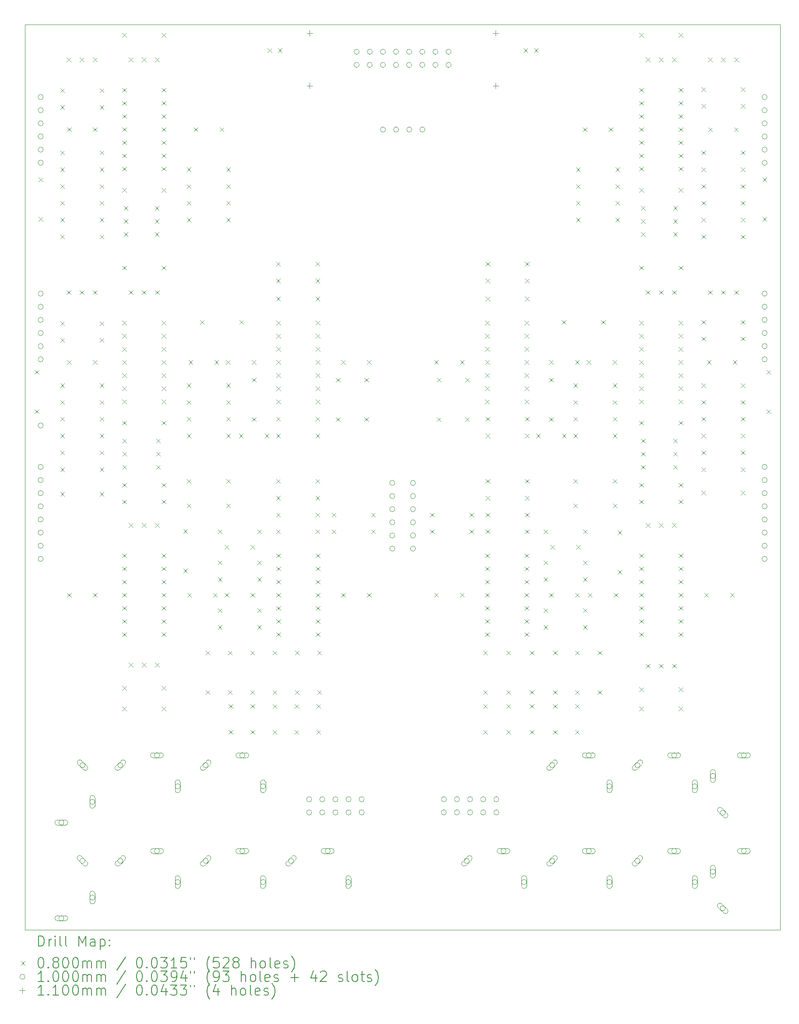
<source format=gbr>
%TF.GenerationSoftware,KiCad,Pcbnew,9.0.0*%
%TF.CreationDate,2025-03-15T21:38:48+01:00*%
%TF.ProjectId,DMH_Dual_VCF_Diode_Ladder_Mk2_PCB_1,444d485f-4475-4616-9c5f-5643465f4469,1*%
%TF.SameCoordinates,Original*%
%TF.FileFunction,Drillmap*%
%TF.FilePolarity,Positive*%
%FSLAX45Y45*%
G04 Gerber Fmt 4.5, Leading zero omitted, Abs format (unit mm)*
G04 Created by KiCad (PCBNEW 9.0.0) date 2025-03-15 21:38:48*
%MOMM*%
%LPD*%
G01*
G04 APERTURE LIST*
%ADD10C,0.050000*%
%ADD11C,0.200000*%
%ADD12C,0.100000*%
%ADD13C,0.110000*%
G04 APERTURE END LIST*
D10*
X2700000Y-4250000D02*
X17300000Y-4250000D01*
X17300000Y-21750000D01*
X2700000Y-21750000D01*
X2700000Y-4250000D01*
D11*
D12*
X2885000Y-10929000D02*
X2965000Y-11009000D01*
X2965000Y-10929000D02*
X2885000Y-11009000D01*
X2885000Y-11691000D02*
X2965000Y-11771000D01*
X2965000Y-11691000D02*
X2885000Y-11771000D01*
X2960000Y-7204000D02*
X3040000Y-7284000D01*
X3040000Y-7204000D02*
X2960000Y-7284000D01*
X2960000Y-7966000D02*
X3040000Y-8046000D01*
X3040000Y-7966000D02*
X2960000Y-8046000D01*
X3379000Y-5485000D02*
X3459000Y-5565000D01*
X3459000Y-5485000D02*
X3379000Y-5565000D01*
X3379000Y-5810000D02*
X3459000Y-5890000D01*
X3459000Y-5810000D02*
X3379000Y-5890000D01*
X3379000Y-6685000D02*
X3459000Y-6765000D01*
X3459000Y-6685000D02*
X3379000Y-6765000D01*
X3379000Y-7010000D02*
X3459000Y-7090000D01*
X3459000Y-7010000D02*
X3379000Y-7090000D01*
X3379000Y-7335000D02*
X3459000Y-7415000D01*
X3459000Y-7335000D02*
X3379000Y-7415000D01*
X3379000Y-7660000D02*
X3459000Y-7740000D01*
X3459000Y-7660000D02*
X3379000Y-7740000D01*
X3379000Y-7985000D02*
X3459000Y-8065000D01*
X3459000Y-7985000D02*
X3379000Y-8065000D01*
X3379000Y-8310000D02*
X3459000Y-8390000D01*
X3459000Y-8310000D02*
X3379000Y-8390000D01*
X3379000Y-9985000D02*
X3459000Y-10065000D01*
X3459000Y-9985000D02*
X3379000Y-10065000D01*
X3379000Y-10310000D02*
X3459000Y-10390000D01*
X3459000Y-10310000D02*
X3379000Y-10390000D01*
X3379000Y-11185000D02*
X3459000Y-11265000D01*
X3459000Y-11185000D02*
X3379000Y-11265000D01*
X3379000Y-11510000D02*
X3459000Y-11590000D01*
X3459000Y-11510000D02*
X3379000Y-11590000D01*
X3379000Y-11835000D02*
X3459000Y-11915000D01*
X3459000Y-11835000D02*
X3379000Y-11915000D01*
X3379000Y-12160000D02*
X3459000Y-12240000D01*
X3459000Y-12160000D02*
X3379000Y-12240000D01*
X3379000Y-12485000D02*
X3459000Y-12565000D01*
X3459000Y-12485000D02*
X3379000Y-12565000D01*
X3379000Y-12810000D02*
X3459000Y-12890000D01*
X3459000Y-12810000D02*
X3379000Y-12890000D01*
X3379000Y-13285000D02*
X3459000Y-13365000D01*
X3459000Y-13285000D02*
X3379000Y-13365000D01*
X3505000Y-4885000D02*
X3585000Y-4965000D01*
X3585000Y-4885000D02*
X3505000Y-4965000D01*
X3505000Y-9385000D02*
X3585000Y-9465000D01*
X3585000Y-9385000D02*
X3505000Y-9465000D01*
X3510000Y-6235000D02*
X3590000Y-6315000D01*
X3590000Y-6235000D02*
X3510000Y-6315000D01*
X3510000Y-10735000D02*
X3590000Y-10815000D01*
X3590000Y-10735000D02*
X3510000Y-10815000D01*
X3510000Y-15235000D02*
X3590000Y-15315000D01*
X3590000Y-15235000D02*
X3510000Y-15315000D01*
X3759000Y-4885000D02*
X3839000Y-4965000D01*
X3839000Y-4885000D02*
X3759000Y-4965000D01*
X3759000Y-9385000D02*
X3839000Y-9465000D01*
X3839000Y-9385000D02*
X3759000Y-9465000D01*
X4010000Y-6235000D02*
X4090000Y-6315000D01*
X4090000Y-6235000D02*
X4010000Y-6315000D01*
X4010000Y-10735000D02*
X4090000Y-10815000D01*
X4090000Y-10735000D02*
X4010000Y-10815000D01*
X4010000Y-15235000D02*
X4090000Y-15315000D01*
X4090000Y-15235000D02*
X4010000Y-15315000D01*
X4013000Y-4885000D02*
X4093000Y-4965000D01*
X4093000Y-4885000D02*
X4013000Y-4965000D01*
X4013000Y-9385000D02*
X4093000Y-9465000D01*
X4093000Y-9385000D02*
X4013000Y-9465000D01*
X4141000Y-5485000D02*
X4221000Y-5565000D01*
X4221000Y-5485000D02*
X4141000Y-5565000D01*
X4141000Y-5810000D02*
X4221000Y-5890000D01*
X4221000Y-5810000D02*
X4141000Y-5890000D01*
X4141000Y-6685000D02*
X4221000Y-6765000D01*
X4221000Y-6685000D02*
X4141000Y-6765000D01*
X4141000Y-7010000D02*
X4221000Y-7090000D01*
X4221000Y-7010000D02*
X4141000Y-7090000D01*
X4141000Y-7335000D02*
X4221000Y-7415000D01*
X4221000Y-7335000D02*
X4141000Y-7415000D01*
X4141000Y-7660000D02*
X4221000Y-7740000D01*
X4221000Y-7660000D02*
X4141000Y-7740000D01*
X4141000Y-7985000D02*
X4221000Y-8065000D01*
X4221000Y-7985000D02*
X4141000Y-8065000D01*
X4141000Y-8310000D02*
X4221000Y-8390000D01*
X4221000Y-8310000D02*
X4141000Y-8390000D01*
X4141000Y-9985000D02*
X4221000Y-10065000D01*
X4221000Y-9985000D02*
X4141000Y-10065000D01*
X4141000Y-10310000D02*
X4221000Y-10390000D01*
X4221000Y-10310000D02*
X4141000Y-10390000D01*
X4141000Y-11185000D02*
X4221000Y-11265000D01*
X4221000Y-11185000D02*
X4141000Y-11265000D01*
X4141000Y-11510000D02*
X4221000Y-11590000D01*
X4221000Y-11510000D02*
X4141000Y-11590000D01*
X4141000Y-11835000D02*
X4221000Y-11915000D01*
X4221000Y-11835000D02*
X4141000Y-11915000D01*
X4141000Y-12160000D02*
X4221000Y-12240000D01*
X4221000Y-12160000D02*
X4141000Y-12240000D01*
X4141000Y-12485000D02*
X4221000Y-12565000D01*
X4221000Y-12485000D02*
X4141000Y-12565000D01*
X4141000Y-12810000D02*
X4221000Y-12890000D01*
X4221000Y-12810000D02*
X4141000Y-12890000D01*
X4141000Y-13285000D02*
X4221000Y-13365000D01*
X4221000Y-13285000D02*
X4141000Y-13365000D01*
X4578000Y-5472500D02*
X4658000Y-5552500D01*
X4658000Y-5472500D02*
X4578000Y-5552500D01*
X4578000Y-5726500D02*
X4658000Y-5806500D01*
X4658000Y-5726500D02*
X4578000Y-5806500D01*
X4578000Y-5980500D02*
X4658000Y-6060500D01*
X4658000Y-5980500D02*
X4578000Y-6060500D01*
X4578000Y-6234500D02*
X4658000Y-6314500D01*
X4658000Y-6234500D02*
X4578000Y-6314500D01*
X4578000Y-6488500D02*
X4658000Y-6568500D01*
X4658000Y-6488500D02*
X4578000Y-6568500D01*
X4578000Y-6742500D02*
X4658000Y-6822500D01*
X4658000Y-6742500D02*
X4578000Y-6822500D01*
X4578000Y-6996500D02*
X4658000Y-7076500D01*
X4658000Y-6996500D02*
X4578000Y-7076500D01*
X4578000Y-9972500D02*
X4658000Y-10052500D01*
X4658000Y-9972500D02*
X4578000Y-10052500D01*
X4578000Y-10226500D02*
X4658000Y-10306500D01*
X4658000Y-10226500D02*
X4578000Y-10306500D01*
X4578000Y-10480500D02*
X4658000Y-10560500D01*
X4658000Y-10480500D02*
X4578000Y-10560500D01*
X4578000Y-10734500D02*
X4658000Y-10814500D01*
X4658000Y-10734500D02*
X4578000Y-10814500D01*
X4578000Y-10988500D02*
X4658000Y-11068500D01*
X4658000Y-10988500D02*
X4578000Y-11068500D01*
X4578000Y-11242500D02*
X4658000Y-11322500D01*
X4658000Y-11242500D02*
X4578000Y-11322500D01*
X4578000Y-11496500D02*
X4658000Y-11576500D01*
X4658000Y-11496500D02*
X4578000Y-11576500D01*
X4578000Y-14472500D02*
X4658000Y-14552500D01*
X4658000Y-14472500D02*
X4578000Y-14552500D01*
X4578000Y-14726500D02*
X4658000Y-14806500D01*
X4658000Y-14726500D02*
X4578000Y-14806500D01*
X4578000Y-14980500D02*
X4658000Y-15060500D01*
X4658000Y-14980500D02*
X4578000Y-15060500D01*
X4578000Y-15234500D02*
X4658000Y-15314500D01*
X4658000Y-15234500D02*
X4578000Y-15314500D01*
X4578000Y-15488500D02*
X4658000Y-15568500D01*
X4658000Y-15488500D02*
X4578000Y-15568500D01*
X4578000Y-15742500D02*
X4658000Y-15822500D01*
X4658000Y-15742500D02*
X4578000Y-15822500D01*
X4578000Y-15996500D02*
X4658000Y-16076500D01*
X4658000Y-15996500D02*
X4578000Y-16076500D01*
X4579000Y-4410000D02*
X4659000Y-4490000D01*
X4659000Y-4410000D02*
X4579000Y-4490000D01*
X4579000Y-7410000D02*
X4659000Y-7490000D01*
X4659000Y-7410000D02*
X4579000Y-7490000D01*
X4579000Y-8910000D02*
X4659000Y-8990000D01*
X4659000Y-8910000D02*
X4579000Y-8990000D01*
X4579000Y-11910000D02*
X4659000Y-11990000D01*
X4659000Y-11910000D02*
X4579000Y-11990000D01*
X4579000Y-13110000D02*
X4659000Y-13190000D01*
X4659000Y-13110000D02*
X4579000Y-13190000D01*
X4579000Y-13435000D02*
X4659000Y-13515000D01*
X4659000Y-13435000D02*
X4579000Y-13515000D01*
X4579000Y-17035000D02*
X4659000Y-17115000D01*
X4659000Y-17035000D02*
X4579000Y-17115000D01*
X4579000Y-17435000D02*
X4659000Y-17515000D01*
X4659000Y-17435000D02*
X4579000Y-17515000D01*
X4585000Y-12256000D02*
X4665000Y-12336000D01*
X4665000Y-12256000D02*
X4585000Y-12336000D01*
X4585000Y-12510000D02*
X4665000Y-12590000D01*
X4665000Y-12510000D02*
X4585000Y-12590000D01*
X4585000Y-12764000D02*
X4665000Y-12844000D01*
X4665000Y-12764000D02*
X4585000Y-12844000D01*
X4610000Y-7755000D02*
X4690000Y-7835000D01*
X4690000Y-7755000D02*
X4610000Y-7835000D01*
X4610000Y-8009000D02*
X4690000Y-8089000D01*
X4690000Y-8009000D02*
X4610000Y-8089000D01*
X4610000Y-8263000D02*
X4690000Y-8343000D01*
X4690000Y-8263000D02*
X4610000Y-8343000D01*
X4706000Y-4885000D02*
X4786000Y-4965000D01*
X4786000Y-4885000D02*
X4706000Y-4965000D01*
X4706000Y-9385000D02*
X4786000Y-9465000D01*
X4786000Y-9385000D02*
X4706000Y-9465000D01*
X4706000Y-13885000D02*
X4786000Y-13965000D01*
X4786000Y-13885000D02*
X4706000Y-13965000D01*
X4706000Y-16585000D02*
X4786000Y-16665000D01*
X4786000Y-16585000D02*
X4706000Y-16665000D01*
X4960000Y-4885000D02*
X5040000Y-4965000D01*
X5040000Y-4885000D02*
X4960000Y-4965000D01*
X4960000Y-9385000D02*
X5040000Y-9465000D01*
X5040000Y-9385000D02*
X4960000Y-9465000D01*
X4960000Y-13885000D02*
X5040000Y-13965000D01*
X5040000Y-13885000D02*
X4960000Y-13965000D01*
X4960000Y-16585000D02*
X5040000Y-16665000D01*
X5040000Y-16585000D02*
X4960000Y-16665000D01*
X5210000Y-7756000D02*
X5290000Y-7836000D01*
X5290000Y-7756000D02*
X5210000Y-7836000D01*
X5210000Y-8010000D02*
X5290000Y-8090000D01*
X5290000Y-8010000D02*
X5210000Y-8090000D01*
X5210000Y-8264000D02*
X5290000Y-8344000D01*
X5290000Y-8264000D02*
X5210000Y-8344000D01*
X5214000Y-4885000D02*
X5294000Y-4965000D01*
X5294000Y-4885000D02*
X5214000Y-4965000D01*
X5214000Y-9385000D02*
X5294000Y-9465000D01*
X5294000Y-9385000D02*
X5214000Y-9465000D01*
X5214000Y-13885000D02*
X5294000Y-13965000D01*
X5294000Y-13885000D02*
X5214000Y-13965000D01*
X5214000Y-16585000D02*
X5294000Y-16665000D01*
X5294000Y-16585000D02*
X5214000Y-16665000D01*
X5235000Y-12256000D02*
X5315000Y-12336000D01*
X5315000Y-12256000D02*
X5235000Y-12336000D01*
X5235000Y-12510000D02*
X5315000Y-12590000D01*
X5315000Y-12510000D02*
X5235000Y-12590000D01*
X5235000Y-12764000D02*
X5315000Y-12844000D01*
X5315000Y-12764000D02*
X5235000Y-12844000D01*
X5340000Y-5472500D02*
X5420000Y-5552500D01*
X5420000Y-5472500D02*
X5340000Y-5552500D01*
X5340000Y-5726500D02*
X5420000Y-5806500D01*
X5420000Y-5726500D02*
X5340000Y-5806500D01*
X5340000Y-5980500D02*
X5420000Y-6060500D01*
X5420000Y-5980500D02*
X5340000Y-6060500D01*
X5340000Y-6234500D02*
X5420000Y-6314500D01*
X5420000Y-6234500D02*
X5340000Y-6314500D01*
X5340000Y-6488500D02*
X5420000Y-6568500D01*
X5420000Y-6488500D02*
X5340000Y-6568500D01*
X5340000Y-6742500D02*
X5420000Y-6822500D01*
X5420000Y-6742500D02*
X5340000Y-6822500D01*
X5340000Y-6996500D02*
X5420000Y-7076500D01*
X5420000Y-6996500D02*
X5340000Y-7076500D01*
X5340000Y-9972500D02*
X5420000Y-10052500D01*
X5420000Y-9972500D02*
X5340000Y-10052500D01*
X5340000Y-10226500D02*
X5420000Y-10306500D01*
X5420000Y-10226500D02*
X5340000Y-10306500D01*
X5340000Y-10480500D02*
X5420000Y-10560500D01*
X5420000Y-10480500D02*
X5340000Y-10560500D01*
X5340000Y-10734500D02*
X5420000Y-10814500D01*
X5420000Y-10734500D02*
X5340000Y-10814500D01*
X5340000Y-10988500D02*
X5420000Y-11068500D01*
X5420000Y-10988500D02*
X5340000Y-11068500D01*
X5340000Y-11242500D02*
X5420000Y-11322500D01*
X5420000Y-11242500D02*
X5340000Y-11322500D01*
X5340000Y-11496500D02*
X5420000Y-11576500D01*
X5420000Y-11496500D02*
X5340000Y-11576500D01*
X5340000Y-14472500D02*
X5420000Y-14552500D01*
X5420000Y-14472500D02*
X5340000Y-14552500D01*
X5340000Y-14726500D02*
X5420000Y-14806500D01*
X5420000Y-14726500D02*
X5340000Y-14806500D01*
X5340000Y-14980500D02*
X5420000Y-15060500D01*
X5420000Y-14980500D02*
X5340000Y-15060500D01*
X5340000Y-15234500D02*
X5420000Y-15314500D01*
X5420000Y-15234500D02*
X5340000Y-15314500D01*
X5340000Y-15488500D02*
X5420000Y-15568500D01*
X5420000Y-15488500D02*
X5340000Y-15568500D01*
X5340000Y-15742500D02*
X5420000Y-15822500D01*
X5420000Y-15742500D02*
X5340000Y-15822500D01*
X5340000Y-15996500D02*
X5420000Y-16076500D01*
X5420000Y-15996500D02*
X5340000Y-16076500D01*
X5341000Y-4410000D02*
X5421000Y-4490000D01*
X5421000Y-4410000D02*
X5341000Y-4490000D01*
X5341000Y-7410000D02*
X5421000Y-7490000D01*
X5421000Y-7410000D02*
X5341000Y-7490000D01*
X5341000Y-8910000D02*
X5421000Y-8990000D01*
X5421000Y-8910000D02*
X5341000Y-8990000D01*
X5341000Y-11910000D02*
X5421000Y-11990000D01*
X5421000Y-11910000D02*
X5341000Y-11990000D01*
X5341000Y-13110000D02*
X5421000Y-13190000D01*
X5421000Y-13110000D02*
X5341000Y-13190000D01*
X5341000Y-13435000D02*
X5421000Y-13515000D01*
X5421000Y-13435000D02*
X5341000Y-13515000D01*
X5341000Y-17035000D02*
X5421000Y-17115000D01*
X5421000Y-17035000D02*
X5341000Y-17115000D01*
X5341000Y-17435000D02*
X5421000Y-17515000D01*
X5421000Y-17435000D02*
X5341000Y-17515000D01*
X5760000Y-14004000D02*
X5840000Y-14084000D01*
X5840000Y-14004000D02*
X5760000Y-14084000D01*
X5760000Y-14766000D02*
X5840000Y-14846000D01*
X5840000Y-14766000D02*
X5760000Y-14846000D01*
X5829000Y-7010000D02*
X5909000Y-7090000D01*
X5909000Y-7010000D02*
X5829000Y-7090000D01*
X5829000Y-7335000D02*
X5909000Y-7415000D01*
X5909000Y-7335000D02*
X5829000Y-7415000D01*
X5829000Y-7660000D02*
X5909000Y-7740000D01*
X5909000Y-7660000D02*
X5829000Y-7740000D01*
X5829000Y-7985000D02*
X5909000Y-8065000D01*
X5909000Y-7985000D02*
X5829000Y-8065000D01*
X5829000Y-11185000D02*
X5909000Y-11265000D01*
X5909000Y-11185000D02*
X5829000Y-11265000D01*
X5829000Y-11510000D02*
X5909000Y-11590000D01*
X5909000Y-11510000D02*
X5829000Y-11590000D01*
X5829000Y-11835000D02*
X5909000Y-11915000D01*
X5909000Y-11835000D02*
X5829000Y-11915000D01*
X5829000Y-12160000D02*
X5909000Y-12240000D01*
X5909000Y-12160000D02*
X5829000Y-12240000D01*
X5829000Y-13035000D02*
X5909000Y-13115000D01*
X5909000Y-13035000D02*
X5829000Y-13115000D01*
X5829000Y-13510000D02*
X5909000Y-13590000D01*
X5909000Y-13510000D02*
X5829000Y-13590000D01*
X5835000Y-15235000D02*
X5915000Y-15315000D01*
X5915000Y-15235000D02*
X5835000Y-15315000D01*
X5860000Y-10735000D02*
X5940000Y-10815000D01*
X5940000Y-10735000D02*
X5860000Y-10815000D01*
X5960000Y-6235000D02*
X6040000Y-6315000D01*
X6040000Y-6235000D02*
X5960000Y-6315000D01*
X6079000Y-9960000D02*
X6159000Y-10040000D01*
X6159000Y-9960000D02*
X6079000Y-10040000D01*
X6189375Y-16354000D02*
X6269375Y-16434000D01*
X6269375Y-16354000D02*
X6189375Y-16434000D01*
X6189375Y-17116000D02*
X6269375Y-17196000D01*
X6269375Y-17116000D02*
X6189375Y-17196000D01*
X6335000Y-15235000D02*
X6415000Y-15315000D01*
X6415000Y-15235000D02*
X6335000Y-15315000D01*
X6360000Y-10735000D02*
X6440000Y-10815000D01*
X6440000Y-10735000D02*
X6360000Y-10815000D01*
X6429000Y-14010000D02*
X6509000Y-14090000D01*
X6509000Y-14010000D02*
X6429000Y-14090000D01*
X6429000Y-14610000D02*
X6509000Y-14690000D01*
X6509000Y-14610000D02*
X6429000Y-14690000D01*
X6429000Y-14935000D02*
X6509000Y-15015000D01*
X6509000Y-14935000D02*
X6429000Y-15015000D01*
X6429000Y-15535000D02*
X6509000Y-15615000D01*
X6509000Y-15535000D02*
X6429000Y-15615000D01*
X6429000Y-15860000D02*
X6509000Y-15940000D01*
X6509000Y-15860000D02*
X6429000Y-15940000D01*
X6460000Y-6235000D02*
X6540000Y-6315000D01*
X6540000Y-6235000D02*
X6460000Y-6315000D01*
X6560000Y-14310000D02*
X6640000Y-14390000D01*
X6640000Y-14310000D02*
X6560000Y-14390000D01*
X6560000Y-15235000D02*
X6640000Y-15315000D01*
X6640000Y-15235000D02*
X6560000Y-15315000D01*
X6585000Y-10735000D02*
X6665000Y-10815000D01*
X6665000Y-10735000D02*
X6585000Y-10815000D01*
X6591000Y-7010000D02*
X6671000Y-7090000D01*
X6671000Y-7010000D02*
X6591000Y-7090000D01*
X6591000Y-7335000D02*
X6671000Y-7415000D01*
X6671000Y-7335000D02*
X6591000Y-7415000D01*
X6591000Y-7660000D02*
X6671000Y-7740000D01*
X6671000Y-7660000D02*
X6591000Y-7740000D01*
X6591000Y-7985000D02*
X6671000Y-8065000D01*
X6671000Y-7985000D02*
X6591000Y-8065000D01*
X6591000Y-11185000D02*
X6671000Y-11265000D01*
X6671000Y-11185000D02*
X6591000Y-11265000D01*
X6591000Y-11510000D02*
X6671000Y-11590000D01*
X6671000Y-11510000D02*
X6591000Y-11590000D01*
X6591000Y-11835000D02*
X6671000Y-11915000D01*
X6671000Y-11835000D02*
X6591000Y-11915000D01*
X6591000Y-12160000D02*
X6671000Y-12240000D01*
X6671000Y-12160000D02*
X6591000Y-12240000D01*
X6591000Y-13035000D02*
X6671000Y-13115000D01*
X6671000Y-13035000D02*
X6591000Y-13115000D01*
X6591000Y-13510000D02*
X6671000Y-13590000D01*
X6671000Y-13510000D02*
X6591000Y-13590000D01*
X6621250Y-16354000D02*
X6701250Y-16434000D01*
X6701250Y-16354000D02*
X6621250Y-16434000D01*
X6621250Y-17116000D02*
X6701250Y-17196000D01*
X6701250Y-17116000D02*
X6621250Y-17196000D01*
X6635000Y-17385000D02*
X6715000Y-17465000D01*
X6715000Y-17385000D02*
X6635000Y-17465000D01*
X6635000Y-17885000D02*
X6715000Y-17965000D01*
X6715000Y-17885000D02*
X6635000Y-17965000D01*
X6835000Y-12160000D02*
X6915000Y-12240000D01*
X6915000Y-12160000D02*
X6835000Y-12240000D01*
X6841000Y-9960000D02*
X6921000Y-10040000D01*
X6921000Y-9960000D02*
X6841000Y-10040000D01*
X7053125Y-16354000D02*
X7133125Y-16434000D01*
X7133125Y-16354000D02*
X7053125Y-16434000D01*
X7053125Y-17116000D02*
X7133125Y-17196000D01*
X7133125Y-17116000D02*
X7053125Y-17196000D01*
X7060000Y-14310000D02*
X7140000Y-14390000D01*
X7140000Y-14310000D02*
X7060000Y-14390000D01*
X7060000Y-15235000D02*
X7140000Y-15315000D01*
X7140000Y-15235000D02*
X7060000Y-15315000D01*
X7060000Y-17385000D02*
X7140000Y-17465000D01*
X7140000Y-17385000D02*
X7060000Y-17465000D01*
X7060000Y-17885000D02*
X7140000Y-17965000D01*
X7140000Y-17885000D02*
X7060000Y-17965000D01*
X7085000Y-10735000D02*
X7165000Y-10815000D01*
X7165000Y-10735000D02*
X7085000Y-10815000D01*
X7085000Y-11079000D02*
X7165000Y-11159000D01*
X7165000Y-11079000D02*
X7085000Y-11159000D01*
X7085000Y-11841000D02*
X7165000Y-11921000D01*
X7165000Y-11841000D02*
X7085000Y-11921000D01*
X7191000Y-14010000D02*
X7271000Y-14090000D01*
X7271000Y-14010000D02*
X7191000Y-14090000D01*
X7191000Y-14610000D02*
X7271000Y-14690000D01*
X7271000Y-14610000D02*
X7191000Y-14690000D01*
X7191000Y-14935000D02*
X7271000Y-15015000D01*
X7271000Y-14935000D02*
X7191000Y-15015000D01*
X7191000Y-15535000D02*
X7271000Y-15615000D01*
X7271000Y-15535000D02*
X7191000Y-15615000D01*
X7191000Y-15860000D02*
X7271000Y-15940000D01*
X7271000Y-15860000D02*
X7191000Y-15940000D01*
X7335000Y-12160000D02*
X7415000Y-12240000D01*
X7415000Y-12160000D02*
X7335000Y-12240000D01*
X7389489Y-4710000D02*
X7469489Y-4790000D01*
X7469489Y-4710000D02*
X7389489Y-4790000D01*
X7485000Y-16354000D02*
X7565000Y-16434000D01*
X7565000Y-16354000D02*
X7485000Y-16434000D01*
X7485000Y-17116000D02*
X7565000Y-17196000D01*
X7565000Y-17116000D02*
X7485000Y-17196000D01*
X7485000Y-17385000D02*
X7565000Y-17465000D01*
X7565000Y-17385000D02*
X7485000Y-17465000D01*
X7485000Y-17885000D02*
X7565000Y-17965000D01*
X7565000Y-17885000D02*
X7485000Y-17965000D01*
X7554000Y-8835000D02*
X7634000Y-8915000D01*
X7634000Y-8835000D02*
X7554000Y-8915000D01*
X7554000Y-9160000D02*
X7634000Y-9240000D01*
X7634000Y-9160000D02*
X7554000Y-9240000D01*
X7554000Y-9510000D02*
X7634000Y-9590000D01*
X7634000Y-9510000D02*
X7554000Y-9590000D01*
X7554000Y-11835000D02*
X7634000Y-11915000D01*
X7634000Y-11835000D02*
X7554000Y-11915000D01*
X7554000Y-12160000D02*
X7634000Y-12240000D01*
X7634000Y-12160000D02*
X7554000Y-12240000D01*
X7554000Y-13035000D02*
X7634000Y-13115000D01*
X7634000Y-13035000D02*
X7554000Y-13115000D01*
X7554000Y-13360000D02*
X7634000Y-13440000D01*
X7634000Y-13360000D02*
X7554000Y-13440000D01*
X7554000Y-13685000D02*
X7634000Y-13765000D01*
X7634000Y-13685000D02*
X7554000Y-13765000D01*
X7554000Y-14010000D02*
X7634000Y-14090000D01*
X7634000Y-14010000D02*
X7554000Y-14090000D01*
X7560000Y-9972500D02*
X7640000Y-10052500D01*
X7640000Y-9972500D02*
X7560000Y-10052500D01*
X7560000Y-10226500D02*
X7640000Y-10306500D01*
X7640000Y-10226500D02*
X7560000Y-10306500D01*
X7560000Y-10480500D02*
X7640000Y-10560500D01*
X7640000Y-10480500D02*
X7560000Y-10560500D01*
X7560000Y-10734500D02*
X7640000Y-10814500D01*
X7640000Y-10734500D02*
X7560000Y-10814500D01*
X7560000Y-10988500D02*
X7640000Y-11068500D01*
X7640000Y-10988500D02*
X7560000Y-11068500D01*
X7560000Y-11242500D02*
X7640000Y-11322500D01*
X7640000Y-11242500D02*
X7560000Y-11322500D01*
X7560000Y-11496500D02*
X7640000Y-11576500D01*
X7640000Y-11496500D02*
X7560000Y-11576500D01*
X7560000Y-14472500D02*
X7640000Y-14552500D01*
X7640000Y-14472500D02*
X7560000Y-14552500D01*
X7560000Y-14726500D02*
X7640000Y-14806500D01*
X7640000Y-14726500D02*
X7560000Y-14806500D01*
X7560000Y-14980500D02*
X7640000Y-15060500D01*
X7640000Y-14980500D02*
X7560000Y-15060500D01*
X7560000Y-15234500D02*
X7640000Y-15314500D01*
X7640000Y-15234500D02*
X7560000Y-15314500D01*
X7560000Y-15488500D02*
X7640000Y-15568500D01*
X7640000Y-15488500D02*
X7560000Y-15568500D01*
X7560000Y-15742500D02*
X7640000Y-15822500D01*
X7640000Y-15742500D02*
X7560000Y-15822500D01*
X7560000Y-15996500D02*
X7640000Y-16076500D01*
X7640000Y-15996500D02*
X7560000Y-16076500D01*
X7589489Y-4710000D02*
X7669489Y-4790000D01*
X7669489Y-4710000D02*
X7589489Y-4790000D01*
X7910000Y-17385000D02*
X7990000Y-17465000D01*
X7990000Y-17385000D02*
X7910000Y-17465000D01*
X7910000Y-17885000D02*
X7990000Y-17965000D01*
X7990000Y-17885000D02*
X7910000Y-17965000D01*
X7916875Y-16354000D02*
X7996875Y-16434000D01*
X7996875Y-16354000D02*
X7916875Y-16434000D01*
X7916875Y-17116000D02*
X7996875Y-17196000D01*
X7996875Y-17116000D02*
X7916875Y-17196000D01*
X8316000Y-8835000D02*
X8396000Y-8915000D01*
X8396000Y-8835000D02*
X8316000Y-8915000D01*
X8316000Y-9160000D02*
X8396000Y-9240000D01*
X8396000Y-9160000D02*
X8316000Y-9240000D01*
X8316000Y-9510000D02*
X8396000Y-9590000D01*
X8396000Y-9510000D02*
X8316000Y-9590000D01*
X8316000Y-11835000D02*
X8396000Y-11915000D01*
X8396000Y-11835000D02*
X8316000Y-11915000D01*
X8316000Y-12160000D02*
X8396000Y-12240000D01*
X8396000Y-12160000D02*
X8316000Y-12240000D01*
X8316000Y-13035000D02*
X8396000Y-13115000D01*
X8396000Y-13035000D02*
X8316000Y-13115000D01*
X8316000Y-13360000D02*
X8396000Y-13440000D01*
X8396000Y-13360000D02*
X8316000Y-13440000D01*
X8316000Y-13685000D02*
X8396000Y-13765000D01*
X8396000Y-13685000D02*
X8316000Y-13765000D01*
X8316000Y-14010000D02*
X8396000Y-14090000D01*
X8396000Y-14010000D02*
X8316000Y-14090000D01*
X8322000Y-9972500D02*
X8402000Y-10052500D01*
X8402000Y-9972500D02*
X8322000Y-10052500D01*
X8322000Y-10226500D02*
X8402000Y-10306500D01*
X8402000Y-10226500D02*
X8322000Y-10306500D01*
X8322000Y-10480500D02*
X8402000Y-10560500D01*
X8402000Y-10480500D02*
X8322000Y-10560500D01*
X8322000Y-10734500D02*
X8402000Y-10814500D01*
X8402000Y-10734500D02*
X8322000Y-10814500D01*
X8322000Y-10988500D02*
X8402000Y-11068500D01*
X8402000Y-10988500D02*
X8322000Y-11068500D01*
X8322000Y-11242500D02*
X8402000Y-11322500D01*
X8402000Y-11242500D02*
X8322000Y-11322500D01*
X8322000Y-11496500D02*
X8402000Y-11576500D01*
X8402000Y-11496500D02*
X8322000Y-11576500D01*
X8322000Y-14472500D02*
X8402000Y-14552500D01*
X8402000Y-14472500D02*
X8322000Y-14552500D01*
X8322000Y-14726500D02*
X8402000Y-14806500D01*
X8402000Y-14726500D02*
X8322000Y-14806500D01*
X8322000Y-14980500D02*
X8402000Y-15060500D01*
X8402000Y-14980500D02*
X8322000Y-15060500D01*
X8322000Y-15234500D02*
X8402000Y-15314500D01*
X8402000Y-15234500D02*
X8322000Y-15314500D01*
X8322000Y-15488500D02*
X8402000Y-15568500D01*
X8402000Y-15488500D02*
X8322000Y-15568500D01*
X8322000Y-15742500D02*
X8402000Y-15822500D01*
X8402000Y-15742500D02*
X8322000Y-15822500D01*
X8322000Y-15996500D02*
X8402000Y-16076500D01*
X8402000Y-15996500D02*
X8322000Y-16076500D01*
X8335000Y-17385000D02*
X8415000Y-17465000D01*
X8415000Y-17385000D02*
X8335000Y-17465000D01*
X8335000Y-17885000D02*
X8415000Y-17965000D01*
X8415000Y-17885000D02*
X8335000Y-17965000D01*
X8348750Y-16354000D02*
X8428750Y-16434000D01*
X8428750Y-16354000D02*
X8348750Y-16434000D01*
X8348750Y-17116000D02*
X8428750Y-17196000D01*
X8428750Y-17116000D02*
X8348750Y-17196000D01*
X8629000Y-13685000D02*
X8709000Y-13765000D01*
X8709000Y-13685000D02*
X8629000Y-13765000D01*
X8629000Y-14010000D02*
X8709000Y-14090000D01*
X8709000Y-14010000D02*
X8629000Y-14090000D01*
X8710000Y-11079000D02*
X8790000Y-11159000D01*
X8790000Y-11079000D02*
X8710000Y-11159000D01*
X8710000Y-11841000D02*
X8790000Y-11921000D01*
X8790000Y-11841000D02*
X8710000Y-11921000D01*
X8810000Y-10735000D02*
X8890000Y-10815000D01*
X8890000Y-10735000D02*
X8810000Y-10815000D01*
X8810000Y-15235000D02*
X8890000Y-15315000D01*
X8890000Y-15235000D02*
X8810000Y-15315000D01*
X9260000Y-11079000D02*
X9340000Y-11159000D01*
X9340000Y-11079000D02*
X9260000Y-11159000D01*
X9260000Y-11841000D02*
X9340000Y-11921000D01*
X9340000Y-11841000D02*
X9260000Y-11921000D01*
X9310000Y-10735000D02*
X9390000Y-10815000D01*
X9390000Y-10735000D02*
X9310000Y-10815000D01*
X9310000Y-15235000D02*
X9390000Y-15315000D01*
X9390000Y-15235000D02*
X9310000Y-15315000D01*
X9391000Y-13685000D02*
X9471000Y-13765000D01*
X9471000Y-13685000D02*
X9391000Y-13765000D01*
X9391000Y-14010000D02*
X9471000Y-14090000D01*
X9471000Y-14010000D02*
X9391000Y-14090000D01*
X10529000Y-13685000D02*
X10609000Y-13765000D01*
X10609000Y-13685000D02*
X10529000Y-13765000D01*
X10529000Y-14010000D02*
X10609000Y-14090000D01*
X10609000Y-14010000D02*
X10529000Y-14090000D01*
X10610000Y-10735000D02*
X10690000Y-10815000D01*
X10690000Y-10735000D02*
X10610000Y-10815000D01*
X10610000Y-15235000D02*
X10690000Y-15315000D01*
X10690000Y-15235000D02*
X10610000Y-15315000D01*
X10660000Y-11079000D02*
X10740000Y-11159000D01*
X10740000Y-11079000D02*
X10660000Y-11159000D01*
X10660000Y-11841000D02*
X10740000Y-11921000D01*
X10740000Y-11841000D02*
X10660000Y-11921000D01*
X11110000Y-10735000D02*
X11190000Y-10815000D01*
X11190000Y-10735000D02*
X11110000Y-10815000D01*
X11110000Y-15235000D02*
X11190000Y-15315000D01*
X11190000Y-15235000D02*
X11110000Y-15315000D01*
X11210000Y-11079000D02*
X11290000Y-11159000D01*
X11290000Y-11079000D02*
X11210000Y-11159000D01*
X11210000Y-11841000D02*
X11290000Y-11921000D01*
X11290000Y-11841000D02*
X11210000Y-11921000D01*
X11291000Y-13685000D02*
X11371000Y-13765000D01*
X11371000Y-13685000D02*
X11291000Y-13765000D01*
X11291000Y-14010000D02*
X11371000Y-14090000D01*
X11371000Y-14010000D02*
X11291000Y-14090000D01*
X11560000Y-16354000D02*
X11640000Y-16434000D01*
X11640000Y-16354000D02*
X11560000Y-16434000D01*
X11560000Y-17116000D02*
X11640000Y-17196000D01*
X11640000Y-17116000D02*
X11560000Y-17196000D01*
X11560000Y-17385000D02*
X11640000Y-17465000D01*
X11640000Y-17385000D02*
X11560000Y-17465000D01*
X11560000Y-17885000D02*
X11640000Y-17965000D01*
X11640000Y-17885000D02*
X11560000Y-17965000D01*
X11598000Y-9972500D02*
X11678000Y-10052500D01*
X11678000Y-9972500D02*
X11598000Y-10052500D01*
X11598000Y-10226500D02*
X11678000Y-10306500D01*
X11678000Y-10226500D02*
X11598000Y-10306500D01*
X11598000Y-10480500D02*
X11678000Y-10560500D01*
X11678000Y-10480500D02*
X11598000Y-10560500D01*
X11598000Y-10734500D02*
X11678000Y-10814500D01*
X11678000Y-10734500D02*
X11598000Y-10814500D01*
X11598000Y-10988500D02*
X11678000Y-11068500D01*
X11678000Y-10988500D02*
X11598000Y-11068500D01*
X11598000Y-11242500D02*
X11678000Y-11322500D01*
X11678000Y-11242500D02*
X11598000Y-11322500D01*
X11598000Y-11496500D02*
X11678000Y-11576500D01*
X11678000Y-11496500D02*
X11598000Y-11576500D01*
X11598000Y-14472500D02*
X11678000Y-14552500D01*
X11678000Y-14472500D02*
X11598000Y-14552500D01*
X11598000Y-14726500D02*
X11678000Y-14806500D01*
X11678000Y-14726500D02*
X11598000Y-14806500D01*
X11598000Y-14980500D02*
X11678000Y-15060500D01*
X11678000Y-14980500D02*
X11598000Y-15060500D01*
X11598000Y-15234500D02*
X11678000Y-15314500D01*
X11678000Y-15234500D02*
X11598000Y-15314500D01*
X11598000Y-15488500D02*
X11678000Y-15568500D01*
X11678000Y-15488500D02*
X11598000Y-15568500D01*
X11598000Y-15742500D02*
X11678000Y-15822500D01*
X11678000Y-15742500D02*
X11598000Y-15822500D01*
X11598000Y-15996500D02*
X11678000Y-16076500D01*
X11678000Y-15996500D02*
X11598000Y-16076500D01*
X11604000Y-8835000D02*
X11684000Y-8915000D01*
X11684000Y-8835000D02*
X11604000Y-8915000D01*
X11604000Y-9160000D02*
X11684000Y-9240000D01*
X11684000Y-9160000D02*
X11604000Y-9240000D01*
X11604000Y-9510000D02*
X11684000Y-9590000D01*
X11684000Y-9510000D02*
X11604000Y-9590000D01*
X11604000Y-11835000D02*
X11684000Y-11915000D01*
X11684000Y-11835000D02*
X11604000Y-11915000D01*
X11604000Y-12160000D02*
X11684000Y-12240000D01*
X11684000Y-12160000D02*
X11604000Y-12240000D01*
X11604000Y-13035000D02*
X11684000Y-13115000D01*
X11684000Y-13035000D02*
X11604000Y-13115000D01*
X11604000Y-13360000D02*
X11684000Y-13440000D01*
X11684000Y-13360000D02*
X11604000Y-13440000D01*
X11604000Y-13685000D02*
X11684000Y-13765000D01*
X11684000Y-13685000D02*
X11604000Y-13765000D01*
X11604000Y-14010000D02*
X11684000Y-14090000D01*
X11684000Y-14010000D02*
X11604000Y-14090000D01*
X12010000Y-16354000D02*
X12090000Y-16434000D01*
X12090000Y-16354000D02*
X12010000Y-16434000D01*
X12010000Y-17116000D02*
X12090000Y-17196000D01*
X12090000Y-17116000D02*
X12010000Y-17196000D01*
X12010000Y-17385000D02*
X12090000Y-17465000D01*
X12090000Y-17385000D02*
X12010000Y-17465000D01*
X12010000Y-17885000D02*
X12090000Y-17965000D01*
X12090000Y-17885000D02*
X12010000Y-17965000D01*
X12339489Y-4710000D02*
X12419489Y-4790000D01*
X12419489Y-4710000D02*
X12339489Y-4790000D01*
X12360000Y-9972500D02*
X12440000Y-10052500D01*
X12440000Y-9972500D02*
X12360000Y-10052500D01*
X12360000Y-10226500D02*
X12440000Y-10306500D01*
X12440000Y-10226500D02*
X12360000Y-10306500D01*
X12360000Y-10480500D02*
X12440000Y-10560500D01*
X12440000Y-10480500D02*
X12360000Y-10560500D01*
X12360000Y-10734500D02*
X12440000Y-10814500D01*
X12440000Y-10734500D02*
X12360000Y-10814500D01*
X12360000Y-10988500D02*
X12440000Y-11068500D01*
X12440000Y-10988500D02*
X12360000Y-11068500D01*
X12360000Y-11242500D02*
X12440000Y-11322500D01*
X12440000Y-11242500D02*
X12360000Y-11322500D01*
X12360000Y-11496500D02*
X12440000Y-11576500D01*
X12440000Y-11496500D02*
X12360000Y-11576500D01*
X12360000Y-14472500D02*
X12440000Y-14552500D01*
X12440000Y-14472500D02*
X12360000Y-14552500D01*
X12360000Y-14726500D02*
X12440000Y-14806500D01*
X12440000Y-14726500D02*
X12360000Y-14806500D01*
X12360000Y-14980500D02*
X12440000Y-15060500D01*
X12440000Y-14980500D02*
X12360000Y-15060500D01*
X12360000Y-15234500D02*
X12440000Y-15314500D01*
X12440000Y-15234500D02*
X12360000Y-15314500D01*
X12360000Y-15488500D02*
X12440000Y-15568500D01*
X12440000Y-15488500D02*
X12360000Y-15568500D01*
X12360000Y-15742500D02*
X12440000Y-15822500D01*
X12440000Y-15742500D02*
X12360000Y-15822500D01*
X12360000Y-15996500D02*
X12440000Y-16076500D01*
X12440000Y-15996500D02*
X12360000Y-16076500D01*
X12366000Y-8835000D02*
X12446000Y-8915000D01*
X12446000Y-8835000D02*
X12366000Y-8915000D01*
X12366000Y-9160000D02*
X12446000Y-9240000D01*
X12446000Y-9160000D02*
X12366000Y-9240000D01*
X12366000Y-9510000D02*
X12446000Y-9590000D01*
X12446000Y-9510000D02*
X12366000Y-9590000D01*
X12366000Y-11835000D02*
X12446000Y-11915000D01*
X12446000Y-11835000D02*
X12366000Y-11915000D01*
X12366000Y-12160000D02*
X12446000Y-12240000D01*
X12446000Y-12160000D02*
X12366000Y-12240000D01*
X12366000Y-13035000D02*
X12446000Y-13115000D01*
X12446000Y-13035000D02*
X12366000Y-13115000D01*
X12366000Y-13360000D02*
X12446000Y-13440000D01*
X12446000Y-13360000D02*
X12366000Y-13440000D01*
X12366000Y-13685000D02*
X12446000Y-13765000D01*
X12446000Y-13685000D02*
X12366000Y-13765000D01*
X12366000Y-14010000D02*
X12446000Y-14090000D01*
X12446000Y-14010000D02*
X12366000Y-14090000D01*
X12460000Y-16354000D02*
X12540000Y-16434000D01*
X12540000Y-16354000D02*
X12460000Y-16434000D01*
X12460000Y-17116000D02*
X12540000Y-17196000D01*
X12540000Y-17116000D02*
X12460000Y-17196000D01*
X12460000Y-17385000D02*
X12540000Y-17465000D01*
X12540000Y-17385000D02*
X12460000Y-17465000D01*
X12460000Y-17885000D02*
X12540000Y-17965000D01*
X12540000Y-17885000D02*
X12460000Y-17965000D01*
X12539489Y-4710000D02*
X12619489Y-4790000D01*
X12619489Y-4710000D02*
X12539489Y-4790000D01*
X12585000Y-12160000D02*
X12665000Y-12240000D01*
X12665000Y-12160000D02*
X12585000Y-12240000D01*
X12729000Y-14010000D02*
X12809000Y-14090000D01*
X12809000Y-14010000D02*
X12729000Y-14090000D01*
X12729000Y-14610000D02*
X12809000Y-14690000D01*
X12809000Y-14610000D02*
X12729000Y-14690000D01*
X12729000Y-14935000D02*
X12809000Y-15015000D01*
X12809000Y-14935000D02*
X12729000Y-15015000D01*
X12729000Y-15535000D02*
X12809000Y-15615000D01*
X12809000Y-15535000D02*
X12729000Y-15615000D01*
X12729000Y-15860000D02*
X12809000Y-15940000D01*
X12809000Y-15860000D02*
X12729000Y-15940000D01*
X12835000Y-10735000D02*
X12915000Y-10815000D01*
X12915000Y-10735000D02*
X12835000Y-10815000D01*
X12835000Y-11079000D02*
X12915000Y-11159000D01*
X12915000Y-11079000D02*
X12835000Y-11159000D01*
X12835000Y-11841000D02*
X12915000Y-11921000D01*
X12915000Y-11841000D02*
X12835000Y-11921000D01*
X12835000Y-15235000D02*
X12915000Y-15315000D01*
X12915000Y-15235000D02*
X12835000Y-15315000D01*
X12860000Y-14310000D02*
X12940000Y-14390000D01*
X12940000Y-14310000D02*
X12860000Y-14390000D01*
X12910000Y-16354000D02*
X12990000Y-16434000D01*
X12990000Y-16354000D02*
X12910000Y-16434000D01*
X12910000Y-17116000D02*
X12990000Y-17196000D01*
X12990000Y-17116000D02*
X12910000Y-17196000D01*
X12910000Y-17385000D02*
X12990000Y-17465000D01*
X12990000Y-17385000D02*
X12910000Y-17465000D01*
X12910000Y-17885000D02*
X12990000Y-17965000D01*
X12990000Y-17885000D02*
X12910000Y-17965000D01*
X13079000Y-9960000D02*
X13159000Y-10040000D01*
X13159000Y-9960000D02*
X13079000Y-10040000D01*
X13085000Y-12160000D02*
X13165000Y-12240000D01*
X13165000Y-12160000D02*
X13085000Y-12240000D01*
X13304000Y-11185000D02*
X13384000Y-11265000D01*
X13384000Y-11185000D02*
X13304000Y-11265000D01*
X13304000Y-11510000D02*
X13384000Y-11590000D01*
X13384000Y-11510000D02*
X13304000Y-11590000D01*
X13304000Y-11835000D02*
X13384000Y-11915000D01*
X13384000Y-11835000D02*
X13304000Y-11915000D01*
X13304000Y-12160000D02*
X13384000Y-12240000D01*
X13384000Y-12160000D02*
X13304000Y-12240000D01*
X13304000Y-13035000D02*
X13384000Y-13115000D01*
X13384000Y-13035000D02*
X13304000Y-13115000D01*
X13304000Y-13510000D02*
X13384000Y-13590000D01*
X13384000Y-13510000D02*
X13304000Y-13590000D01*
X13335000Y-10735000D02*
X13415000Y-10815000D01*
X13415000Y-10735000D02*
X13335000Y-10815000D01*
X13335000Y-15235000D02*
X13415000Y-15315000D01*
X13415000Y-15235000D02*
X13335000Y-15315000D01*
X13335000Y-16354000D02*
X13415000Y-16434000D01*
X13415000Y-16354000D02*
X13335000Y-16434000D01*
X13335000Y-17116000D02*
X13415000Y-17196000D01*
X13415000Y-17116000D02*
X13335000Y-17196000D01*
X13335000Y-17385000D02*
X13415000Y-17465000D01*
X13415000Y-17385000D02*
X13335000Y-17465000D01*
X13335000Y-17885000D02*
X13415000Y-17965000D01*
X13415000Y-17885000D02*
X13335000Y-17965000D01*
X13354000Y-7010000D02*
X13434000Y-7090000D01*
X13434000Y-7010000D02*
X13354000Y-7090000D01*
X13354000Y-7335000D02*
X13434000Y-7415000D01*
X13434000Y-7335000D02*
X13354000Y-7415000D01*
X13354000Y-7660000D02*
X13434000Y-7740000D01*
X13434000Y-7660000D02*
X13354000Y-7740000D01*
X13354000Y-7985000D02*
X13434000Y-8065000D01*
X13434000Y-7985000D02*
X13354000Y-8065000D01*
X13360000Y-14310000D02*
X13440000Y-14390000D01*
X13440000Y-14310000D02*
X13360000Y-14390000D01*
X13485000Y-6235000D02*
X13565000Y-6315000D01*
X13565000Y-6235000D02*
X13485000Y-6315000D01*
X13491000Y-14010000D02*
X13571000Y-14090000D01*
X13571000Y-14010000D02*
X13491000Y-14090000D01*
X13491000Y-14610000D02*
X13571000Y-14690000D01*
X13571000Y-14610000D02*
X13491000Y-14690000D01*
X13491000Y-14935000D02*
X13571000Y-15015000D01*
X13571000Y-14935000D02*
X13491000Y-15015000D01*
X13491000Y-15535000D02*
X13571000Y-15615000D01*
X13571000Y-15535000D02*
X13491000Y-15615000D01*
X13491000Y-15860000D02*
X13571000Y-15940000D01*
X13571000Y-15860000D02*
X13491000Y-15940000D01*
X13560000Y-10735000D02*
X13640000Y-10815000D01*
X13640000Y-10735000D02*
X13560000Y-10815000D01*
X13585000Y-15235000D02*
X13665000Y-15315000D01*
X13665000Y-15235000D02*
X13585000Y-15315000D01*
X13775000Y-16354000D02*
X13855000Y-16434000D01*
X13855000Y-16354000D02*
X13775000Y-16434000D01*
X13775000Y-17116000D02*
X13855000Y-17196000D01*
X13855000Y-17116000D02*
X13775000Y-17196000D01*
X13841000Y-9960000D02*
X13921000Y-10040000D01*
X13921000Y-9960000D02*
X13841000Y-10040000D01*
X13985000Y-6235000D02*
X14065000Y-6315000D01*
X14065000Y-6235000D02*
X13985000Y-6315000D01*
X14060000Y-10735000D02*
X14140000Y-10815000D01*
X14140000Y-10735000D02*
X14060000Y-10815000D01*
X14066000Y-11185000D02*
X14146000Y-11265000D01*
X14146000Y-11185000D02*
X14066000Y-11265000D01*
X14066000Y-11510000D02*
X14146000Y-11590000D01*
X14146000Y-11510000D02*
X14066000Y-11590000D01*
X14066000Y-11835000D02*
X14146000Y-11915000D01*
X14146000Y-11835000D02*
X14066000Y-11915000D01*
X14066000Y-12160000D02*
X14146000Y-12240000D01*
X14146000Y-12160000D02*
X14066000Y-12240000D01*
X14066000Y-13035000D02*
X14146000Y-13115000D01*
X14146000Y-13035000D02*
X14066000Y-13115000D01*
X14066000Y-13510000D02*
X14146000Y-13590000D01*
X14146000Y-13510000D02*
X14066000Y-13590000D01*
X14085000Y-15235000D02*
X14165000Y-15315000D01*
X14165000Y-15235000D02*
X14085000Y-15315000D01*
X14116000Y-7010000D02*
X14196000Y-7090000D01*
X14196000Y-7010000D02*
X14116000Y-7090000D01*
X14116000Y-7335000D02*
X14196000Y-7415000D01*
X14196000Y-7335000D02*
X14116000Y-7415000D01*
X14116000Y-7660000D02*
X14196000Y-7740000D01*
X14196000Y-7660000D02*
X14116000Y-7740000D01*
X14116000Y-7985000D02*
X14196000Y-8065000D01*
X14196000Y-7985000D02*
X14116000Y-8065000D01*
X14160000Y-14029000D02*
X14240000Y-14109000D01*
X14240000Y-14029000D02*
X14160000Y-14109000D01*
X14160000Y-14791000D02*
X14240000Y-14871000D01*
X14240000Y-14791000D02*
X14160000Y-14871000D01*
X14578000Y-5472500D02*
X14658000Y-5552500D01*
X14658000Y-5472500D02*
X14578000Y-5552500D01*
X14578000Y-5726500D02*
X14658000Y-5806500D01*
X14658000Y-5726500D02*
X14578000Y-5806500D01*
X14578000Y-5980500D02*
X14658000Y-6060500D01*
X14658000Y-5980500D02*
X14578000Y-6060500D01*
X14578000Y-6234500D02*
X14658000Y-6314500D01*
X14658000Y-6234500D02*
X14578000Y-6314500D01*
X14578000Y-6488500D02*
X14658000Y-6568500D01*
X14658000Y-6488500D02*
X14578000Y-6568500D01*
X14578000Y-6742500D02*
X14658000Y-6822500D01*
X14658000Y-6742500D02*
X14578000Y-6822500D01*
X14578000Y-6996500D02*
X14658000Y-7076500D01*
X14658000Y-6996500D02*
X14578000Y-7076500D01*
X14578000Y-9972500D02*
X14658000Y-10052500D01*
X14658000Y-9972500D02*
X14578000Y-10052500D01*
X14578000Y-10226500D02*
X14658000Y-10306500D01*
X14658000Y-10226500D02*
X14578000Y-10306500D01*
X14578000Y-10480500D02*
X14658000Y-10560500D01*
X14658000Y-10480500D02*
X14578000Y-10560500D01*
X14578000Y-10734500D02*
X14658000Y-10814500D01*
X14658000Y-10734500D02*
X14578000Y-10814500D01*
X14578000Y-10988500D02*
X14658000Y-11068500D01*
X14658000Y-10988500D02*
X14578000Y-11068500D01*
X14578000Y-11242500D02*
X14658000Y-11322500D01*
X14658000Y-11242500D02*
X14578000Y-11322500D01*
X14578000Y-11496500D02*
X14658000Y-11576500D01*
X14658000Y-11496500D02*
X14578000Y-11576500D01*
X14578000Y-14472500D02*
X14658000Y-14552500D01*
X14658000Y-14472500D02*
X14578000Y-14552500D01*
X14578000Y-14726500D02*
X14658000Y-14806500D01*
X14658000Y-14726500D02*
X14578000Y-14806500D01*
X14578000Y-14980500D02*
X14658000Y-15060500D01*
X14658000Y-14980500D02*
X14578000Y-15060500D01*
X14578000Y-15234500D02*
X14658000Y-15314500D01*
X14658000Y-15234500D02*
X14578000Y-15314500D01*
X14578000Y-15488500D02*
X14658000Y-15568500D01*
X14658000Y-15488500D02*
X14578000Y-15568500D01*
X14578000Y-15742500D02*
X14658000Y-15822500D01*
X14658000Y-15742500D02*
X14578000Y-15822500D01*
X14578000Y-15996500D02*
X14658000Y-16076500D01*
X14658000Y-15996500D02*
X14578000Y-16076500D01*
X14579000Y-4410000D02*
X14659000Y-4490000D01*
X14659000Y-4410000D02*
X14579000Y-4490000D01*
X14579000Y-7410000D02*
X14659000Y-7490000D01*
X14659000Y-7410000D02*
X14579000Y-7490000D01*
X14579000Y-8910000D02*
X14659000Y-8990000D01*
X14659000Y-8910000D02*
X14579000Y-8990000D01*
X14579000Y-11910000D02*
X14659000Y-11990000D01*
X14659000Y-11910000D02*
X14579000Y-11990000D01*
X14579000Y-13110000D02*
X14659000Y-13190000D01*
X14659000Y-13110000D02*
X14579000Y-13190000D01*
X14579000Y-13435000D02*
X14659000Y-13515000D01*
X14659000Y-13435000D02*
X14579000Y-13515000D01*
X14579000Y-17060000D02*
X14659000Y-17140000D01*
X14659000Y-17060000D02*
X14579000Y-17140000D01*
X14579000Y-17435000D02*
X14659000Y-17515000D01*
X14659000Y-17435000D02*
X14579000Y-17515000D01*
X14610000Y-7756000D02*
X14690000Y-7836000D01*
X14690000Y-7756000D02*
X14610000Y-7836000D01*
X14610000Y-8010000D02*
X14690000Y-8090000D01*
X14690000Y-8010000D02*
X14610000Y-8090000D01*
X14610000Y-8264000D02*
X14690000Y-8344000D01*
X14690000Y-8264000D02*
X14610000Y-8344000D01*
X14610000Y-12256000D02*
X14690000Y-12336000D01*
X14690000Y-12256000D02*
X14610000Y-12336000D01*
X14610000Y-12510000D02*
X14690000Y-12590000D01*
X14690000Y-12510000D02*
X14610000Y-12590000D01*
X14610000Y-12764000D02*
X14690000Y-12844000D01*
X14690000Y-12764000D02*
X14610000Y-12844000D01*
X14705000Y-4885000D02*
X14785000Y-4965000D01*
X14785000Y-4885000D02*
X14705000Y-4965000D01*
X14705000Y-13885000D02*
X14785000Y-13965000D01*
X14785000Y-13885000D02*
X14705000Y-13965000D01*
X14705000Y-16610000D02*
X14785000Y-16690000D01*
X14785000Y-16610000D02*
X14705000Y-16690000D01*
X14706000Y-9385000D02*
X14786000Y-9465000D01*
X14786000Y-9385000D02*
X14706000Y-9465000D01*
X14959000Y-4885000D02*
X15039000Y-4965000D01*
X15039000Y-4885000D02*
X14959000Y-4965000D01*
X14959000Y-13885000D02*
X15039000Y-13965000D01*
X15039000Y-13885000D02*
X14959000Y-13965000D01*
X14959000Y-16610000D02*
X15039000Y-16690000D01*
X15039000Y-16610000D02*
X14959000Y-16690000D01*
X14960000Y-9385000D02*
X15040000Y-9465000D01*
X15040000Y-9385000D02*
X14960000Y-9465000D01*
X15213000Y-4885000D02*
X15293000Y-4965000D01*
X15293000Y-4885000D02*
X15213000Y-4965000D01*
X15213000Y-13885000D02*
X15293000Y-13965000D01*
X15293000Y-13885000D02*
X15213000Y-13965000D01*
X15213000Y-16610000D02*
X15293000Y-16690000D01*
X15293000Y-16610000D02*
X15213000Y-16690000D01*
X15214000Y-9385000D02*
X15294000Y-9465000D01*
X15294000Y-9385000D02*
X15214000Y-9465000D01*
X15235000Y-7756000D02*
X15315000Y-7836000D01*
X15315000Y-7756000D02*
X15235000Y-7836000D01*
X15235000Y-8010000D02*
X15315000Y-8090000D01*
X15315000Y-8010000D02*
X15235000Y-8090000D01*
X15235000Y-8264000D02*
X15315000Y-8344000D01*
X15315000Y-8264000D02*
X15235000Y-8344000D01*
X15235000Y-12256000D02*
X15315000Y-12336000D01*
X15315000Y-12256000D02*
X15235000Y-12336000D01*
X15235000Y-12510000D02*
X15315000Y-12590000D01*
X15315000Y-12510000D02*
X15235000Y-12590000D01*
X15235000Y-12764000D02*
X15315000Y-12844000D01*
X15315000Y-12764000D02*
X15235000Y-12844000D01*
X15340000Y-5472500D02*
X15420000Y-5552500D01*
X15420000Y-5472500D02*
X15340000Y-5552500D01*
X15340000Y-5726500D02*
X15420000Y-5806500D01*
X15420000Y-5726500D02*
X15340000Y-5806500D01*
X15340000Y-5980500D02*
X15420000Y-6060500D01*
X15420000Y-5980500D02*
X15340000Y-6060500D01*
X15340000Y-6234500D02*
X15420000Y-6314500D01*
X15420000Y-6234500D02*
X15340000Y-6314500D01*
X15340000Y-6488500D02*
X15420000Y-6568500D01*
X15420000Y-6488500D02*
X15340000Y-6568500D01*
X15340000Y-6742500D02*
X15420000Y-6822500D01*
X15420000Y-6742500D02*
X15340000Y-6822500D01*
X15340000Y-6996500D02*
X15420000Y-7076500D01*
X15420000Y-6996500D02*
X15340000Y-7076500D01*
X15340000Y-9972500D02*
X15420000Y-10052500D01*
X15420000Y-9972500D02*
X15340000Y-10052500D01*
X15340000Y-10226500D02*
X15420000Y-10306500D01*
X15420000Y-10226500D02*
X15340000Y-10306500D01*
X15340000Y-10480500D02*
X15420000Y-10560500D01*
X15420000Y-10480500D02*
X15340000Y-10560500D01*
X15340000Y-10734500D02*
X15420000Y-10814500D01*
X15420000Y-10734500D02*
X15340000Y-10814500D01*
X15340000Y-10988500D02*
X15420000Y-11068500D01*
X15420000Y-10988500D02*
X15340000Y-11068500D01*
X15340000Y-11242500D02*
X15420000Y-11322500D01*
X15420000Y-11242500D02*
X15340000Y-11322500D01*
X15340000Y-11496500D02*
X15420000Y-11576500D01*
X15420000Y-11496500D02*
X15340000Y-11576500D01*
X15340000Y-14472500D02*
X15420000Y-14552500D01*
X15420000Y-14472500D02*
X15340000Y-14552500D01*
X15340000Y-14726500D02*
X15420000Y-14806500D01*
X15420000Y-14726500D02*
X15340000Y-14806500D01*
X15340000Y-14980500D02*
X15420000Y-15060500D01*
X15420000Y-14980500D02*
X15340000Y-15060500D01*
X15340000Y-15234500D02*
X15420000Y-15314500D01*
X15420000Y-15234500D02*
X15340000Y-15314500D01*
X15340000Y-15488500D02*
X15420000Y-15568500D01*
X15420000Y-15488500D02*
X15340000Y-15568500D01*
X15340000Y-15742500D02*
X15420000Y-15822500D01*
X15420000Y-15742500D02*
X15340000Y-15822500D01*
X15340000Y-15996500D02*
X15420000Y-16076500D01*
X15420000Y-15996500D02*
X15340000Y-16076500D01*
X15341000Y-4410000D02*
X15421000Y-4490000D01*
X15421000Y-4410000D02*
X15341000Y-4490000D01*
X15341000Y-7410000D02*
X15421000Y-7490000D01*
X15421000Y-7410000D02*
X15341000Y-7490000D01*
X15341000Y-8910000D02*
X15421000Y-8990000D01*
X15421000Y-8910000D02*
X15341000Y-8990000D01*
X15341000Y-11910000D02*
X15421000Y-11990000D01*
X15421000Y-11910000D02*
X15341000Y-11990000D01*
X15341000Y-13110000D02*
X15421000Y-13190000D01*
X15421000Y-13110000D02*
X15341000Y-13190000D01*
X15341000Y-13435000D02*
X15421000Y-13515000D01*
X15421000Y-13435000D02*
X15341000Y-13515000D01*
X15341000Y-17060000D02*
X15421000Y-17140000D01*
X15421000Y-17060000D02*
X15341000Y-17140000D01*
X15341000Y-17435000D02*
X15421000Y-17515000D01*
X15421000Y-17435000D02*
X15341000Y-17515000D01*
X15779000Y-5460000D02*
X15859000Y-5540000D01*
X15859000Y-5460000D02*
X15779000Y-5540000D01*
X15779000Y-5785000D02*
X15859000Y-5865000D01*
X15859000Y-5785000D02*
X15779000Y-5865000D01*
X15779000Y-6685000D02*
X15859000Y-6765000D01*
X15859000Y-6685000D02*
X15779000Y-6765000D01*
X15779000Y-7010000D02*
X15859000Y-7090000D01*
X15859000Y-7010000D02*
X15779000Y-7090000D01*
X15779000Y-7335000D02*
X15859000Y-7415000D01*
X15859000Y-7335000D02*
X15779000Y-7415000D01*
X15779000Y-7660000D02*
X15859000Y-7740000D01*
X15859000Y-7660000D02*
X15779000Y-7740000D01*
X15779000Y-7985000D02*
X15859000Y-8065000D01*
X15859000Y-7985000D02*
X15779000Y-8065000D01*
X15779000Y-8310000D02*
X15859000Y-8390000D01*
X15859000Y-8310000D02*
X15779000Y-8390000D01*
X15779000Y-9960000D02*
X15859000Y-10040000D01*
X15859000Y-9960000D02*
X15779000Y-10040000D01*
X15779000Y-10285000D02*
X15859000Y-10365000D01*
X15859000Y-10285000D02*
X15779000Y-10365000D01*
X15779000Y-11185000D02*
X15859000Y-11265000D01*
X15859000Y-11185000D02*
X15779000Y-11265000D01*
X15779000Y-11510000D02*
X15859000Y-11590000D01*
X15859000Y-11510000D02*
X15779000Y-11590000D01*
X15779000Y-11835000D02*
X15859000Y-11915000D01*
X15859000Y-11835000D02*
X15779000Y-11915000D01*
X15779000Y-12160000D02*
X15859000Y-12240000D01*
X15859000Y-12160000D02*
X15779000Y-12240000D01*
X15779000Y-12485000D02*
X15859000Y-12565000D01*
X15859000Y-12485000D02*
X15779000Y-12565000D01*
X15779000Y-12810000D02*
X15859000Y-12890000D01*
X15859000Y-12810000D02*
X15779000Y-12890000D01*
X15779000Y-13260000D02*
X15859000Y-13340000D01*
X15859000Y-13260000D02*
X15779000Y-13340000D01*
X15835000Y-15235000D02*
X15915000Y-15315000D01*
X15915000Y-15235000D02*
X15835000Y-15315000D01*
X15885000Y-10735000D02*
X15965000Y-10815000D01*
X15965000Y-10735000D02*
X15885000Y-10815000D01*
X15906000Y-9385000D02*
X15986000Y-9465000D01*
X15986000Y-9385000D02*
X15906000Y-9465000D01*
X15907000Y-4885000D02*
X15987000Y-4965000D01*
X15987000Y-4885000D02*
X15907000Y-4965000D01*
X15910000Y-6235000D02*
X15990000Y-6315000D01*
X15990000Y-6235000D02*
X15910000Y-6315000D01*
X16160000Y-9385000D02*
X16240000Y-9465000D01*
X16240000Y-9385000D02*
X16160000Y-9465000D01*
X16161000Y-4885000D02*
X16241000Y-4965000D01*
X16241000Y-4885000D02*
X16161000Y-4965000D01*
X16335000Y-15235000D02*
X16415000Y-15315000D01*
X16415000Y-15235000D02*
X16335000Y-15315000D01*
X16385000Y-10735000D02*
X16465000Y-10815000D01*
X16465000Y-10735000D02*
X16385000Y-10815000D01*
X16410000Y-6235000D02*
X16490000Y-6315000D01*
X16490000Y-6235000D02*
X16410000Y-6315000D01*
X16414000Y-9385000D02*
X16494000Y-9465000D01*
X16494000Y-9385000D02*
X16414000Y-9465000D01*
X16415000Y-4885000D02*
X16495000Y-4965000D01*
X16495000Y-4885000D02*
X16415000Y-4965000D01*
X16541000Y-5460000D02*
X16621000Y-5540000D01*
X16621000Y-5460000D02*
X16541000Y-5540000D01*
X16541000Y-5785000D02*
X16621000Y-5865000D01*
X16621000Y-5785000D02*
X16541000Y-5865000D01*
X16541000Y-6685000D02*
X16621000Y-6765000D01*
X16621000Y-6685000D02*
X16541000Y-6765000D01*
X16541000Y-7010000D02*
X16621000Y-7090000D01*
X16621000Y-7010000D02*
X16541000Y-7090000D01*
X16541000Y-7335000D02*
X16621000Y-7415000D01*
X16621000Y-7335000D02*
X16541000Y-7415000D01*
X16541000Y-7660000D02*
X16621000Y-7740000D01*
X16621000Y-7660000D02*
X16541000Y-7740000D01*
X16541000Y-7985000D02*
X16621000Y-8065000D01*
X16621000Y-7985000D02*
X16541000Y-8065000D01*
X16541000Y-8310000D02*
X16621000Y-8390000D01*
X16621000Y-8310000D02*
X16541000Y-8390000D01*
X16541000Y-9960000D02*
X16621000Y-10040000D01*
X16621000Y-9960000D02*
X16541000Y-10040000D01*
X16541000Y-10285000D02*
X16621000Y-10365000D01*
X16621000Y-10285000D02*
X16541000Y-10365000D01*
X16541000Y-11185000D02*
X16621000Y-11265000D01*
X16621000Y-11185000D02*
X16541000Y-11265000D01*
X16541000Y-11510000D02*
X16621000Y-11590000D01*
X16621000Y-11510000D02*
X16541000Y-11590000D01*
X16541000Y-11835000D02*
X16621000Y-11915000D01*
X16621000Y-11835000D02*
X16541000Y-11915000D01*
X16541000Y-12160000D02*
X16621000Y-12240000D01*
X16621000Y-12160000D02*
X16541000Y-12240000D01*
X16541000Y-12485000D02*
X16621000Y-12565000D01*
X16621000Y-12485000D02*
X16541000Y-12565000D01*
X16541000Y-12810000D02*
X16621000Y-12890000D01*
X16621000Y-12810000D02*
X16541000Y-12890000D01*
X16541000Y-13260000D02*
X16621000Y-13340000D01*
X16621000Y-13260000D02*
X16541000Y-13340000D01*
X16960000Y-7204000D02*
X17040000Y-7284000D01*
X17040000Y-7204000D02*
X16960000Y-7284000D01*
X16960000Y-7966000D02*
X17040000Y-8046000D01*
X17040000Y-7966000D02*
X16960000Y-8046000D01*
X17035000Y-10929000D02*
X17115000Y-11009000D01*
X17115000Y-10929000D02*
X17035000Y-11009000D01*
X17035000Y-11691000D02*
X17115000Y-11771000D01*
X17115000Y-11691000D02*
X17035000Y-11771000D01*
X3050000Y-5650000D02*
G75*
G02*
X2950000Y-5650000I-50000J0D01*
G01*
X2950000Y-5650000D02*
G75*
G02*
X3050000Y-5650000I50000J0D01*
G01*
X3050000Y-5904000D02*
G75*
G02*
X2950000Y-5904000I-50000J0D01*
G01*
X2950000Y-5904000D02*
G75*
G02*
X3050000Y-5904000I50000J0D01*
G01*
X3050000Y-6158000D02*
G75*
G02*
X2950000Y-6158000I-50000J0D01*
G01*
X2950000Y-6158000D02*
G75*
G02*
X3050000Y-6158000I50000J0D01*
G01*
X3050000Y-6412000D02*
G75*
G02*
X2950000Y-6412000I-50000J0D01*
G01*
X2950000Y-6412000D02*
G75*
G02*
X3050000Y-6412000I50000J0D01*
G01*
X3050000Y-6666000D02*
G75*
G02*
X2950000Y-6666000I-50000J0D01*
G01*
X2950000Y-6666000D02*
G75*
G02*
X3050000Y-6666000I50000J0D01*
G01*
X3050000Y-6920000D02*
G75*
G02*
X2950000Y-6920000I-50000J0D01*
G01*
X2950000Y-6920000D02*
G75*
G02*
X3050000Y-6920000I50000J0D01*
G01*
X3050000Y-9450000D02*
G75*
G02*
X2950000Y-9450000I-50000J0D01*
G01*
X2950000Y-9450000D02*
G75*
G02*
X3050000Y-9450000I50000J0D01*
G01*
X3050000Y-9704000D02*
G75*
G02*
X2950000Y-9704000I-50000J0D01*
G01*
X2950000Y-9704000D02*
G75*
G02*
X3050000Y-9704000I50000J0D01*
G01*
X3050000Y-9958000D02*
G75*
G02*
X2950000Y-9958000I-50000J0D01*
G01*
X2950000Y-9958000D02*
G75*
G02*
X3050000Y-9958000I50000J0D01*
G01*
X3050000Y-10212000D02*
G75*
G02*
X2950000Y-10212000I-50000J0D01*
G01*
X2950000Y-10212000D02*
G75*
G02*
X3050000Y-10212000I50000J0D01*
G01*
X3050000Y-10466000D02*
G75*
G02*
X2950000Y-10466000I-50000J0D01*
G01*
X2950000Y-10466000D02*
G75*
G02*
X3050000Y-10466000I50000J0D01*
G01*
X3050000Y-10720000D02*
G75*
G02*
X2950000Y-10720000I-50000J0D01*
G01*
X2950000Y-10720000D02*
G75*
G02*
X3050000Y-10720000I50000J0D01*
G01*
X3050000Y-12000000D02*
G75*
G02*
X2950000Y-12000000I-50000J0D01*
G01*
X2950000Y-12000000D02*
G75*
G02*
X3050000Y-12000000I50000J0D01*
G01*
X3050000Y-12800000D02*
G75*
G02*
X2950000Y-12800000I-50000J0D01*
G01*
X2950000Y-12800000D02*
G75*
G02*
X3050000Y-12800000I50000J0D01*
G01*
X3050000Y-13054000D02*
G75*
G02*
X2950000Y-13054000I-50000J0D01*
G01*
X2950000Y-13054000D02*
G75*
G02*
X3050000Y-13054000I50000J0D01*
G01*
X3050000Y-13308000D02*
G75*
G02*
X2950000Y-13308000I-50000J0D01*
G01*
X2950000Y-13308000D02*
G75*
G02*
X3050000Y-13308000I50000J0D01*
G01*
X3050000Y-13562000D02*
G75*
G02*
X2950000Y-13562000I-50000J0D01*
G01*
X2950000Y-13562000D02*
G75*
G02*
X3050000Y-13562000I50000J0D01*
G01*
X3050000Y-13816000D02*
G75*
G02*
X2950000Y-13816000I-50000J0D01*
G01*
X2950000Y-13816000D02*
G75*
G02*
X3050000Y-13816000I50000J0D01*
G01*
X3050000Y-14070000D02*
G75*
G02*
X2950000Y-14070000I-50000J0D01*
G01*
X2950000Y-14070000D02*
G75*
G02*
X3050000Y-14070000I50000J0D01*
G01*
X3050000Y-14324000D02*
G75*
G02*
X2950000Y-14324000I-50000J0D01*
G01*
X2950000Y-14324000D02*
G75*
G02*
X3050000Y-14324000I50000J0D01*
G01*
X3050000Y-14578000D02*
G75*
G02*
X2950000Y-14578000I-50000J0D01*
G01*
X2950000Y-14578000D02*
G75*
G02*
X3050000Y-14578000I50000J0D01*
G01*
X3450000Y-19675000D02*
G75*
G02*
X3350000Y-19675000I-50000J0D01*
G01*
X3350000Y-19675000D02*
G75*
G02*
X3450000Y-19675000I50000J0D01*
G01*
X3475000Y-19625000D02*
X3325000Y-19625000D01*
X3325000Y-19725000D02*
G75*
G02*
X3325000Y-19625000I0J50000D01*
G01*
X3325000Y-19725000D02*
X3475000Y-19725000D01*
X3475000Y-19725000D02*
G75*
G03*
X3475000Y-19625000I0J50000D01*
G01*
X3450000Y-21525000D02*
G75*
G02*
X3350000Y-21525000I-50000J0D01*
G01*
X3350000Y-21525000D02*
G75*
G02*
X3450000Y-21525000I50000J0D01*
G01*
X3475000Y-21475000D02*
X3325000Y-21475000D01*
X3325000Y-21575000D02*
G75*
G02*
X3325000Y-21475000I0J50000D01*
G01*
X3325000Y-21575000D02*
X3475000Y-21575000D01*
X3475000Y-21575000D02*
G75*
G03*
X3475000Y-21475000I0J50000D01*
G01*
X3859619Y-18565381D02*
G75*
G02*
X3759619Y-18565381I-50000J0D01*
G01*
X3759619Y-18565381D02*
G75*
G02*
X3859619Y-18565381I50000J0D01*
G01*
X3898007Y-18583059D02*
X3791941Y-18476993D01*
X3721231Y-18547703D02*
G75*
G02*
X3791941Y-18476993I35355J35355D01*
G01*
X3721231Y-18547703D02*
X3827297Y-18653769D01*
X3827297Y-18653769D02*
G75*
G03*
X3898007Y-18583059I35355J35355D01*
G01*
X3859619Y-20415381D02*
G75*
G02*
X3759619Y-20415381I-50000J0D01*
G01*
X3759619Y-20415381D02*
G75*
G02*
X3859619Y-20415381I50000J0D01*
G01*
X3898007Y-20433059D02*
X3791941Y-20326993D01*
X3721231Y-20397703D02*
G75*
G02*
X3791941Y-20326993I35355J35355D01*
G01*
X3721231Y-20397703D02*
X3827297Y-20503769D01*
X3827297Y-20503769D02*
G75*
G03*
X3898007Y-20433059I35355J35355D01*
G01*
X4050000Y-19275000D02*
G75*
G02*
X3950000Y-19275000I-50000J0D01*
G01*
X3950000Y-19275000D02*
G75*
G02*
X4050000Y-19275000I50000J0D01*
G01*
X3950000Y-19200000D02*
X3950000Y-19350000D01*
X4050000Y-19350000D02*
G75*
G02*
X3950000Y-19350000I-50000J0D01*
G01*
X4050000Y-19350000D02*
X4050000Y-19200000D01*
X4050000Y-19200000D02*
G75*
G03*
X3950000Y-19200000I-50000J0D01*
G01*
X4050000Y-21125000D02*
G75*
G02*
X3950000Y-21125000I-50000J0D01*
G01*
X3950000Y-21125000D02*
G75*
G02*
X4050000Y-21125000I50000J0D01*
G01*
X3950000Y-21050000D02*
X3950000Y-21200000D01*
X4050000Y-21200000D02*
G75*
G02*
X3950000Y-21200000I-50000J0D01*
G01*
X4050000Y-21200000D02*
X4050000Y-21050000D01*
X4050000Y-21050000D02*
G75*
G03*
X3950000Y-21050000I-50000J0D01*
G01*
X4590381Y-18565381D02*
G75*
G02*
X4490381Y-18565381I-50000J0D01*
G01*
X4490381Y-18565381D02*
G75*
G02*
X4590381Y-18565381I50000J0D01*
G01*
X4558059Y-18476993D02*
X4451993Y-18583059D01*
X4522703Y-18653769D02*
G75*
G02*
X4451993Y-18583059I-35355J35355D01*
G01*
X4522703Y-18653769D02*
X4628769Y-18547703D01*
X4628769Y-18547703D02*
G75*
G03*
X4558059Y-18476993I-35355J35355D01*
G01*
X4590381Y-20415381D02*
G75*
G02*
X4490381Y-20415381I-50000J0D01*
G01*
X4490381Y-20415381D02*
G75*
G02*
X4590381Y-20415381I50000J0D01*
G01*
X4558059Y-20326993D02*
X4451993Y-20433059D01*
X4522703Y-20503769D02*
G75*
G02*
X4451993Y-20433059I-35355J35355D01*
G01*
X4522703Y-20503769D02*
X4628769Y-20397703D01*
X4628769Y-20397703D02*
G75*
G03*
X4558059Y-20326993I-35355J35355D01*
G01*
X5300000Y-18375000D02*
G75*
G02*
X5200000Y-18375000I-50000J0D01*
G01*
X5200000Y-18375000D02*
G75*
G02*
X5300000Y-18375000I50000J0D01*
G01*
X5175000Y-18425000D02*
X5325000Y-18425000D01*
X5325000Y-18325000D02*
G75*
G02*
X5325000Y-18425000I0J-50000D01*
G01*
X5325000Y-18325000D02*
X5175000Y-18325000D01*
X5175000Y-18325000D02*
G75*
G03*
X5175000Y-18425000I0J-50000D01*
G01*
X5300000Y-20225000D02*
G75*
G02*
X5200000Y-20225000I-50000J0D01*
G01*
X5200000Y-20225000D02*
G75*
G02*
X5300000Y-20225000I50000J0D01*
G01*
X5175000Y-20275000D02*
X5325000Y-20275000D01*
X5325000Y-20175000D02*
G75*
G02*
X5325000Y-20275000I0J-50000D01*
G01*
X5325000Y-20175000D02*
X5175000Y-20175000D01*
X5175000Y-20175000D02*
G75*
G03*
X5175000Y-20275000I0J-50000D01*
G01*
X5700000Y-18975000D02*
G75*
G02*
X5600000Y-18975000I-50000J0D01*
G01*
X5600000Y-18975000D02*
G75*
G02*
X5700000Y-18975000I50000J0D01*
G01*
X5600000Y-18900000D02*
X5600000Y-19050000D01*
X5700000Y-19050000D02*
G75*
G02*
X5600000Y-19050000I-50000J0D01*
G01*
X5700000Y-19050000D02*
X5700000Y-18900000D01*
X5700000Y-18900000D02*
G75*
G03*
X5600000Y-18900000I-50000J0D01*
G01*
X5700000Y-20825000D02*
G75*
G02*
X5600000Y-20825000I-50000J0D01*
G01*
X5600000Y-20825000D02*
G75*
G02*
X5700000Y-20825000I50000J0D01*
G01*
X5600000Y-20750000D02*
X5600000Y-20900000D01*
X5700000Y-20900000D02*
G75*
G02*
X5600000Y-20900000I-50000J0D01*
G01*
X5700000Y-20900000D02*
X5700000Y-20750000D01*
X5700000Y-20750000D02*
G75*
G03*
X5600000Y-20750000I-50000J0D01*
G01*
X6240381Y-18565381D02*
G75*
G02*
X6140381Y-18565381I-50000J0D01*
G01*
X6140381Y-18565381D02*
G75*
G02*
X6240381Y-18565381I50000J0D01*
G01*
X6208059Y-18476993D02*
X6101993Y-18583059D01*
X6172703Y-18653769D02*
G75*
G02*
X6101993Y-18583059I-35355J35355D01*
G01*
X6172703Y-18653769D02*
X6278769Y-18547703D01*
X6278769Y-18547703D02*
G75*
G03*
X6208059Y-18476993I-35355J35355D01*
G01*
X6240381Y-20415381D02*
G75*
G02*
X6140381Y-20415381I-50000J0D01*
G01*
X6140381Y-20415381D02*
G75*
G02*
X6240381Y-20415381I50000J0D01*
G01*
X6208059Y-20326993D02*
X6101993Y-20433059D01*
X6172703Y-20503769D02*
G75*
G02*
X6101993Y-20433059I-35355J35355D01*
G01*
X6172703Y-20503769D02*
X6278769Y-20397703D01*
X6278769Y-20397703D02*
G75*
G03*
X6208059Y-20326993I-35355J35355D01*
G01*
X6950000Y-18375000D02*
G75*
G02*
X6850000Y-18375000I-50000J0D01*
G01*
X6850000Y-18375000D02*
G75*
G02*
X6950000Y-18375000I50000J0D01*
G01*
X6825000Y-18425000D02*
X6975000Y-18425000D01*
X6975000Y-18325000D02*
G75*
G02*
X6975000Y-18425000I0J-50000D01*
G01*
X6975000Y-18325000D02*
X6825000Y-18325000D01*
X6825000Y-18325000D02*
G75*
G03*
X6825000Y-18425000I0J-50000D01*
G01*
X6950000Y-20225000D02*
G75*
G02*
X6850000Y-20225000I-50000J0D01*
G01*
X6850000Y-20225000D02*
G75*
G02*
X6950000Y-20225000I50000J0D01*
G01*
X6825000Y-20275000D02*
X6975000Y-20275000D01*
X6975000Y-20175000D02*
G75*
G02*
X6975000Y-20275000I0J-50000D01*
G01*
X6975000Y-20175000D02*
X6825000Y-20175000D01*
X6825000Y-20175000D02*
G75*
G03*
X6825000Y-20275000I0J-50000D01*
G01*
X7350000Y-18975000D02*
G75*
G02*
X7250000Y-18975000I-50000J0D01*
G01*
X7250000Y-18975000D02*
G75*
G02*
X7350000Y-18975000I50000J0D01*
G01*
X7250000Y-18900000D02*
X7250000Y-19050000D01*
X7350000Y-19050000D02*
G75*
G02*
X7250000Y-19050000I-50000J0D01*
G01*
X7350000Y-19050000D02*
X7350000Y-18900000D01*
X7350000Y-18900000D02*
G75*
G03*
X7250000Y-18900000I-50000J0D01*
G01*
X7350000Y-20825000D02*
G75*
G02*
X7250000Y-20825000I-50000J0D01*
G01*
X7250000Y-20825000D02*
G75*
G02*
X7350000Y-20825000I50000J0D01*
G01*
X7250000Y-20750000D02*
X7250000Y-20900000D01*
X7350000Y-20900000D02*
G75*
G02*
X7250000Y-20900000I-50000J0D01*
G01*
X7350000Y-20900000D02*
X7350000Y-20750000D01*
X7350000Y-20750000D02*
G75*
G03*
X7250000Y-20750000I-50000J0D01*
G01*
X7890381Y-20415381D02*
G75*
G02*
X7790381Y-20415381I-50000J0D01*
G01*
X7790381Y-20415381D02*
G75*
G02*
X7890381Y-20415381I50000J0D01*
G01*
X7858059Y-20326993D02*
X7751993Y-20433059D01*
X7822703Y-20503769D02*
G75*
G02*
X7751993Y-20433059I-35355J35355D01*
G01*
X7822703Y-20503769D02*
X7928769Y-20397703D01*
X7928769Y-20397703D02*
G75*
G03*
X7858059Y-20326993I-35355J35355D01*
G01*
X8242000Y-19224750D02*
G75*
G02*
X8142000Y-19224750I-50000J0D01*
G01*
X8142000Y-19224750D02*
G75*
G02*
X8242000Y-19224750I50000J0D01*
G01*
X8242000Y-19478750D02*
G75*
G02*
X8142000Y-19478750I-50000J0D01*
G01*
X8142000Y-19478750D02*
G75*
G02*
X8242000Y-19478750I50000J0D01*
G01*
X8496000Y-19224750D02*
G75*
G02*
X8396000Y-19224750I-50000J0D01*
G01*
X8396000Y-19224750D02*
G75*
G02*
X8496000Y-19224750I50000J0D01*
G01*
X8496000Y-19478750D02*
G75*
G02*
X8396000Y-19478750I-50000J0D01*
G01*
X8396000Y-19478750D02*
G75*
G02*
X8496000Y-19478750I50000J0D01*
G01*
X8600000Y-20225000D02*
G75*
G02*
X8500000Y-20225000I-50000J0D01*
G01*
X8500000Y-20225000D02*
G75*
G02*
X8600000Y-20225000I50000J0D01*
G01*
X8475000Y-20275000D02*
X8625000Y-20275000D01*
X8625000Y-20175000D02*
G75*
G02*
X8625000Y-20275000I0J-50000D01*
G01*
X8625000Y-20175000D02*
X8475000Y-20175000D01*
X8475000Y-20175000D02*
G75*
G03*
X8475000Y-20275000I0J-50000D01*
G01*
X8750000Y-19224750D02*
G75*
G02*
X8650000Y-19224750I-50000J0D01*
G01*
X8650000Y-19224750D02*
G75*
G02*
X8750000Y-19224750I50000J0D01*
G01*
X8750000Y-19478750D02*
G75*
G02*
X8650000Y-19478750I-50000J0D01*
G01*
X8650000Y-19478750D02*
G75*
G02*
X8750000Y-19478750I50000J0D01*
G01*
X9000000Y-20825000D02*
G75*
G02*
X8900000Y-20825000I-50000J0D01*
G01*
X8900000Y-20825000D02*
G75*
G02*
X9000000Y-20825000I50000J0D01*
G01*
X8900000Y-20750000D02*
X8900000Y-20900000D01*
X9000000Y-20900000D02*
G75*
G02*
X8900000Y-20900000I-50000J0D01*
G01*
X9000000Y-20900000D02*
X9000000Y-20750000D01*
X9000000Y-20750000D02*
G75*
G03*
X8900000Y-20750000I-50000J0D01*
G01*
X9004000Y-19224750D02*
G75*
G02*
X8904000Y-19224750I-50000J0D01*
G01*
X8904000Y-19224750D02*
G75*
G02*
X9004000Y-19224750I50000J0D01*
G01*
X9004000Y-19478750D02*
G75*
G02*
X8904000Y-19478750I-50000J0D01*
G01*
X8904000Y-19478750D02*
G75*
G02*
X9004000Y-19478750I50000J0D01*
G01*
X9161000Y-4774750D02*
G75*
G02*
X9061000Y-4774750I-50000J0D01*
G01*
X9061000Y-4774750D02*
G75*
G02*
X9161000Y-4774750I50000J0D01*
G01*
X9161000Y-5028750D02*
G75*
G02*
X9061000Y-5028750I-50000J0D01*
G01*
X9061000Y-5028750D02*
G75*
G02*
X9161000Y-5028750I50000J0D01*
G01*
X9258000Y-19224750D02*
G75*
G02*
X9158000Y-19224750I-50000J0D01*
G01*
X9158000Y-19224750D02*
G75*
G02*
X9258000Y-19224750I50000J0D01*
G01*
X9258000Y-19478750D02*
G75*
G02*
X9158000Y-19478750I-50000J0D01*
G01*
X9158000Y-19478750D02*
G75*
G02*
X9258000Y-19478750I50000J0D01*
G01*
X9415000Y-4774750D02*
G75*
G02*
X9315000Y-4774750I-50000J0D01*
G01*
X9315000Y-4774750D02*
G75*
G02*
X9415000Y-4774750I50000J0D01*
G01*
X9415000Y-5028750D02*
G75*
G02*
X9315000Y-5028750I-50000J0D01*
G01*
X9315000Y-5028750D02*
G75*
G02*
X9415000Y-5028750I50000J0D01*
G01*
X9669000Y-4774750D02*
G75*
G02*
X9569000Y-4774750I-50000J0D01*
G01*
X9569000Y-4774750D02*
G75*
G02*
X9669000Y-4774750I50000J0D01*
G01*
X9669000Y-5028750D02*
G75*
G02*
X9569000Y-5028750I-50000J0D01*
G01*
X9569000Y-5028750D02*
G75*
G02*
X9669000Y-5028750I50000J0D01*
G01*
X9670000Y-6277500D02*
G75*
G02*
X9570000Y-6277500I-50000J0D01*
G01*
X9570000Y-6277500D02*
G75*
G02*
X9670000Y-6277500I50000J0D01*
G01*
X9850000Y-13110000D02*
G75*
G02*
X9750000Y-13110000I-50000J0D01*
G01*
X9750000Y-13110000D02*
G75*
G02*
X9850000Y-13110000I50000J0D01*
G01*
X9850000Y-13364000D02*
G75*
G02*
X9750000Y-13364000I-50000J0D01*
G01*
X9750000Y-13364000D02*
G75*
G02*
X9850000Y-13364000I50000J0D01*
G01*
X9850000Y-13618000D02*
G75*
G02*
X9750000Y-13618000I-50000J0D01*
G01*
X9750000Y-13618000D02*
G75*
G02*
X9850000Y-13618000I50000J0D01*
G01*
X9850000Y-13872000D02*
G75*
G02*
X9750000Y-13872000I-50000J0D01*
G01*
X9750000Y-13872000D02*
G75*
G02*
X9850000Y-13872000I50000J0D01*
G01*
X9850000Y-14126000D02*
G75*
G02*
X9750000Y-14126000I-50000J0D01*
G01*
X9750000Y-14126000D02*
G75*
G02*
X9850000Y-14126000I50000J0D01*
G01*
X9850000Y-14380000D02*
G75*
G02*
X9750000Y-14380000I-50000J0D01*
G01*
X9750000Y-14380000D02*
G75*
G02*
X9850000Y-14380000I50000J0D01*
G01*
X9923000Y-4774750D02*
G75*
G02*
X9823000Y-4774750I-50000J0D01*
G01*
X9823000Y-4774750D02*
G75*
G02*
X9923000Y-4774750I50000J0D01*
G01*
X9923000Y-5028750D02*
G75*
G02*
X9823000Y-5028750I-50000J0D01*
G01*
X9823000Y-5028750D02*
G75*
G02*
X9923000Y-5028750I50000J0D01*
G01*
X9924000Y-6277500D02*
G75*
G02*
X9824000Y-6277500I-50000J0D01*
G01*
X9824000Y-6277500D02*
G75*
G02*
X9924000Y-6277500I50000J0D01*
G01*
X10177000Y-4774750D02*
G75*
G02*
X10077000Y-4774750I-50000J0D01*
G01*
X10077000Y-4774750D02*
G75*
G02*
X10177000Y-4774750I50000J0D01*
G01*
X10177000Y-5028750D02*
G75*
G02*
X10077000Y-5028750I-50000J0D01*
G01*
X10077000Y-5028750D02*
G75*
G02*
X10177000Y-5028750I50000J0D01*
G01*
X10178000Y-6277500D02*
G75*
G02*
X10078000Y-6277500I-50000J0D01*
G01*
X10078000Y-6277500D02*
G75*
G02*
X10178000Y-6277500I50000J0D01*
G01*
X10250000Y-13110000D02*
G75*
G02*
X10150000Y-13110000I-50000J0D01*
G01*
X10150000Y-13110000D02*
G75*
G02*
X10250000Y-13110000I50000J0D01*
G01*
X10250000Y-13364000D02*
G75*
G02*
X10150000Y-13364000I-50000J0D01*
G01*
X10150000Y-13364000D02*
G75*
G02*
X10250000Y-13364000I50000J0D01*
G01*
X10250000Y-13618000D02*
G75*
G02*
X10150000Y-13618000I-50000J0D01*
G01*
X10150000Y-13618000D02*
G75*
G02*
X10250000Y-13618000I50000J0D01*
G01*
X10250000Y-13872000D02*
G75*
G02*
X10150000Y-13872000I-50000J0D01*
G01*
X10150000Y-13872000D02*
G75*
G02*
X10250000Y-13872000I50000J0D01*
G01*
X10250000Y-14126000D02*
G75*
G02*
X10150000Y-14126000I-50000J0D01*
G01*
X10150000Y-14126000D02*
G75*
G02*
X10250000Y-14126000I50000J0D01*
G01*
X10250000Y-14380000D02*
G75*
G02*
X10150000Y-14380000I-50000J0D01*
G01*
X10150000Y-14380000D02*
G75*
G02*
X10250000Y-14380000I50000J0D01*
G01*
X10431000Y-4774750D02*
G75*
G02*
X10331000Y-4774750I-50000J0D01*
G01*
X10331000Y-4774750D02*
G75*
G02*
X10431000Y-4774750I50000J0D01*
G01*
X10431000Y-5028750D02*
G75*
G02*
X10331000Y-5028750I-50000J0D01*
G01*
X10331000Y-5028750D02*
G75*
G02*
X10431000Y-5028750I50000J0D01*
G01*
X10432000Y-6277500D02*
G75*
G02*
X10332000Y-6277500I-50000J0D01*
G01*
X10332000Y-6277500D02*
G75*
G02*
X10432000Y-6277500I50000J0D01*
G01*
X10685000Y-4774750D02*
G75*
G02*
X10585000Y-4774750I-50000J0D01*
G01*
X10585000Y-4774750D02*
G75*
G02*
X10685000Y-4774750I50000J0D01*
G01*
X10685000Y-5028750D02*
G75*
G02*
X10585000Y-5028750I-50000J0D01*
G01*
X10585000Y-5028750D02*
G75*
G02*
X10685000Y-5028750I50000J0D01*
G01*
X10846000Y-19224750D02*
G75*
G02*
X10746000Y-19224750I-50000J0D01*
G01*
X10746000Y-19224750D02*
G75*
G02*
X10846000Y-19224750I50000J0D01*
G01*
X10846000Y-19478750D02*
G75*
G02*
X10746000Y-19478750I-50000J0D01*
G01*
X10746000Y-19478750D02*
G75*
G02*
X10846000Y-19478750I50000J0D01*
G01*
X10939000Y-4774750D02*
G75*
G02*
X10839000Y-4774750I-50000J0D01*
G01*
X10839000Y-4774750D02*
G75*
G02*
X10939000Y-4774750I50000J0D01*
G01*
X10939000Y-5028750D02*
G75*
G02*
X10839000Y-5028750I-50000J0D01*
G01*
X10839000Y-5028750D02*
G75*
G02*
X10939000Y-5028750I50000J0D01*
G01*
X11100000Y-19224750D02*
G75*
G02*
X11000000Y-19224750I-50000J0D01*
G01*
X11000000Y-19224750D02*
G75*
G02*
X11100000Y-19224750I50000J0D01*
G01*
X11100000Y-19478750D02*
G75*
G02*
X11000000Y-19478750I-50000J0D01*
G01*
X11000000Y-19478750D02*
G75*
G02*
X11100000Y-19478750I50000J0D01*
G01*
X11290381Y-20415381D02*
G75*
G02*
X11190381Y-20415381I-50000J0D01*
G01*
X11190381Y-20415381D02*
G75*
G02*
X11290381Y-20415381I50000J0D01*
G01*
X11258059Y-20326993D02*
X11151993Y-20433059D01*
X11222703Y-20503769D02*
G75*
G02*
X11151993Y-20433059I-35355J35355D01*
G01*
X11222703Y-20503769D02*
X11328769Y-20397703D01*
X11328769Y-20397703D02*
G75*
G03*
X11258059Y-20326993I-35355J35355D01*
G01*
X11354000Y-19224750D02*
G75*
G02*
X11254000Y-19224750I-50000J0D01*
G01*
X11254000Y-19224750D02*
G75*
G02*
X11354000Y-19224750I50000J0D01*
G01*
X11354000Y-19478750D02*
G75*
G02*
X11254000Y-19478750I-50000J0D01*
G01*
X11254000Y-19478750D02*
G75*
G02*
X11354000Y-19478750I50000J0D01*
G01*
X11608000Y-19224750D02*
G75*
G02*
X11508000Y-19224750I-50000J0D01*
G01*
X11508000Y-19224750D02*
G75*
G02*
X11608000Y-19224750I50000J0D01*
G01*
X11608000Y-19478750D02*
G75*
G02*
X11508000Y-19478750I-50000J0D01*
G01*
X11508000Y-19478750D02*
G75*
G02*
X11608000Y-19478750I50000J0D01*
G01*
X11862000Y-19224750D02*
G75*
G02*
X11762000Y-19224750I-50000J0D01*
G01*
X11762000Y-19224750D02*
G75*
G02*
X11862000Y-19224750I50000J0D01*
G01*
X11862000Y-19478750D02*
G75*
G02*
X11762000Y-19478750I-50000J0D01*
G01*
X11762000Y-19478750D02*
G75*
G02*
X11862000Y-19478750I50000J0D01*
G01*
X12000000Y-20225000D02*
G75*
G02*
X11900000Y-20225000I-50000J0D01*
G01*
X11900000Y-20225000D02*
G75*
G02*
X12000000Y-20225000I50000J0D01*
G01*
X11875000Y-20275000D02*
X12025000Y-20275000D01*
X12025000Y-20175000D02*
G75*
G02*
X12025000Y-20275000I0J-50000D01*
G01*
X12025000Y-20175000D02*
X11875000Y-20175000D01*
X11875000Y-20175000D02*
G75*
G03*
X11875000Y-20275000I0J-50000D01*
G01*
X12400000Y-20825000D02*
G75*
G02*
X12300000Y-20825000I-50000J0D01*
G01*
X12300000Y-20825000D02*
G75*
G02*
X12400000Y-20825000I50000J0D01*
G01*
X12300000Y-20750000D02*
X12300000Y-20900000D01*
X12400000Y-20900000D02*
G75*
G02*
X12300000Y-20900000I-50000J0D01*
G01*
X12400000Y-20900000D02*
X12400000Y-20750000D01*
X12400000Y-20750000D02*
G75*
G03*
X12300000Y-20750000I-50000J0D01*
G01*
X12940381Y-18565381D02*
G75*
G02*
X12840381Y-18565381I-50000J0D01*
G01*
X12840381Y-18565381D02*
G75*
G02*
X12940381Y-18565381I50000J0D01*
G01*
X12908059Y-18476993D02*
X12801993Y-18583059D01*
X12872703Y-18653769D02*
G75*
G02*
X12801993Y-18583059I-35355J35355D01*
G01*
X12872703Y-18653769D02*
X12978769Y-18547703D01*
X12978769Y-18547703D02*
G75*
G03*
X12908059Y-18476993I-35355J35355D01*
G01*
X12940381Y-20415381D02*
G75*
G02*
X12840381Y-20415381I-50000J0D01*
G01*
X12840381Y-20415381D02*
G75*
G02*
X12940381Y-20415381I50000J0D01*
G01*
X12908059Y-20326993D02*
X12801993Y-20433059D01*
X12872703Y-20503769D02*
G75*
G02*
X12801993Y-20433059I-35355J35355D01*
G01*
X12872703Y-20503769D02*
X12978769Y-20397703D01*
X12978769Y-20397703D02*
G75*
G03*
X12908059Y-20326993I-35355J35355D01*
G01*
X13650000Y-18375000D02*
G75*
G02*
X13550000Y-18375000I-50000J0D01*
G01*
X13550000Y-18375000D02*
G75*
G02*
X13650000Y-18375000I50000J0D01*
G01*
X13525000Y-18425000D02*
X13675000Y-18425000D01*
X13675000Y-18325000D02*
G75*
G02*
X13675000Y-18425000I0J-50000D01*
G01*
X13675000Y-18325000D02*
X13525000Y-18325000D01*
X13525000Y-18325000D02*
G75*
G03*
X13525000Y-18425000I0J-50000D01*
G01*
X13650000Y-20225000D02*
G75*
G02*
X13550000Y-20225000I-50000J0D01*
G01*
X13550000Y-20225000D02*
G75*
G02*
X13650000Y-20225000I50000J0D01*
G01*
X13525000Y-20275000D02*
X13675000Y-20275000D01*
X13675000Y-20175000D02*
G75*
G02*
X13675000Y-20275000I0J-50000D01*
G01*
X13675000Y-20175000D02*
X13525000Y-20175000D01*
X13525000Y-20175000D02*
G75*
G03*
X13525000Y-20275000I0J-50000D01*
G01*
X14050000Y-18975000D02*
G75*
G02*
X13950000Y-18975000I-50000J0D01*
G01*
X13950000Y-18975000D02*
G75*
G02*
X14050000Y-18975000I50000J0D01*
G01*
X13950000Y-18900000D02*
X13950000Y-19050000D01*
X14050000Y-19050000D02*
G75*
G02*
X13950000Y-19050000I-50000J0D01*
G01*
X14050000Y-19050000D02*
X14050000Y-18900000D01*
X14050000Y-18900000D02*
G75*
G03*
X13950000Y-18900000I-50000J0D01*
G01*
X14050000Y-20825000D02*
G75*
G02*
X13950000Y-20825000I-50000J0D01*
G01*
X13950000Y-20825000D02*
G75*
G02*
X14050000Y-20825000I50000J0D01*
G01*
X13950000Y-20750000D02*
X13950000Y-20900000D01*
X14050000Y-20900000D02*
G75*
G02*
X13950000Y-20900000I-50000J0D01*
G01*
X14050000Y-20900000D02*
X14050000Y-20750000D01*
X14050000Y-20750000D02*
G75*
G03*
X13950000Y-20750000I-50000J0D01*
G01*
X14590381Y-18565381D02*
G75*
G02*
X14490381Y-18565381I-50000J0D01*
G01*
X14490381Y-18565381D02*
G75*
G02*
X14590381Y-18565381I50000J0D01*
G01*
X14558059Y-18476993D02*
X14451993Y-18583059D01*
X14522703Y-18653769D02*
G75*
G02*
X14451993Y-18583059I-35355J35355D01*
G01*
X14522703Y-18653769D02*
X14628769Y-18547703D01*
X14628769Y-18547703D02*
G75*
G03*
X14558059Y-18476993I-35355J35355D01*
G01*
X14590381Y-20415381D02*
G75*
G02*
X14490381Y-20415381I-50000J0D01*
G01*
X14490381Y-20415381D02*
G75*
G02*
X14590381Y-20415381I50000J0D01*
G01*
X14558059Y-20326993D02*
X14451993Y-20433059D01*
X14522703Y-20503769D02*
G75*
G02*
X14451993Y-20433059I-35355J35355D01*
G01*
X14522703Y-20503769D02*
X14628769Y-20397703D01*
X14628769Y-20397703D02*
G75*
G03*
X14558059Y-20326993I-35355J35355D01*
G01*
X15300000Y-18375000D02*
G75*
G02*
X15200000Y-18375000I-50000J0D01*
G01*
X15200000Y-18375000D02*
G75*
G02*
X15300000Y-18375000I50000J0D01*
G01*
X15175000Y-18425000D02*
X15325000Y-18425000D01*
X15325000Y-18325000D02*
G75*
G02*
X15325000Y-18425000I0J-50000D01*
G01*
X15325000Y-18325000D02*
X15175000Y-18325000D01*
X15175000Y-18325000D02*
G75*
G03*
X15175000Y-18425000I0J-50000D01*
G01*
X15300000Y-20225000D02*
G75*
G02*
X15200000Y-20225000I-50000J0D01*
G01*
X15200000Y-20225000D02*
G75*
G02*
X15300000Y-20225000I50000J0D01*
G01*
X15175000Y-20275000D02*
X15325000Y-20275000D01*
X15325000Y-20175000D02*
G75*
G02*
X15325000Y-20275000I0J-50000D01*
G01*
X15325000Y-20175000D02*
X15175000Y-20175000D01*
X15175000Y-20175000D02*
G75*
G03*
X15175000Y-20275000I0J-50000D01*
G01*
X15700000Y-18975000D02*
G75*
G02*
X15600000Y-18975000I-50000J0D01*
G01*
X15600000Y-18975000D02*
G75*
G02*
X15700000Y-18975000I50000J0D01*
G01*
X15600000Y-18900000D02*
X15600000Y-19050000D01*
X15700000Y-19050000D02*
G75*
G02*
X15600000Y-19050000I-50000J0D01*
G01*
X15700000Y-19050000D02*
X15700000Y-18900000D01*
X15700000Y-18900000D02*
G75*
G03*
X15600000Y-18900000I-50000J0D01*
G01*
X15700000Y-20825000D02*
G75*
G02*
X15600000Y-20825000I-50000J0D01*
G01*
X15600000Y-20825000D02*
G75*
G02*
X15700000Y-20825000I50000J0D01*
G01*
X15600000Y-20750000D02*
X15600000Y-20900000D01*
X15700000Y-20900000D02*
G75*
G02*
X15600000Y-20900000I-50000J0D01*
G01*
X15700000Y-20900000D02*
X15700000Y-20750000D01*
X15700000Y-20750000D02*
G75*
G03*
X15600000Y-20750000I-50000J0D01*
G01*
X16050000Y-18775000D02*
G75*
G02*
X15950000Y-18775000I-50000J0D01*
G01*
X15950000Y-18775000D02*
G75*
G02*
X16050000Y-18775000I50000J0D01*
G01*
X16050000Y-18850000D02*
X16050000Y-18700000D01*
X15950000Y-18700000D02*
G75*
G02*
X16050000Y-18700000I50000J0D01*
G01*
X15950000Y-18700000D02*
X15950000Y-18850000D01*
X15950000Y-18850000D02*
G75*
G03*
X16050000Y-18850000I50000J0D01*
G01*
X16050000Y-20625000D02*
G75*
G02*
X15950000Y-20625000I-50000J0D01*
G01*
X15950000Y-20625000D02*
G75*
G02*
X16050000Y-20625000I50000J0D01*
G01*
X16050000Y-20700000D02*
X16050000Y-20550000D01*
X15950000Y-20550000D02*
G75*
G02*
X16050000Y-20550000I50000J0D01*
G01*
X15950000Y-20550000D02*
X15950000Y-20700000D01*
X15950000Y-20700000D02*
G75*
G03*
X16050000Y-20700000I50000J0D01*
G01*
X16240381Y-19484619D02*
G75*
G02*
X16140381Y-19484619I-50000J0D01*
G01*
X16140381Y-19484619D02*
G75*
G02*
X16240381Y-19484619I50000J0D01*
G01*
X16101993Y-19466941D02*
X16208059Y-19573007D01*
X16278769Y-19502297D02*
G75*
G02*
X16208059Y-19573007I-35355J-35355D01*
G01*
X16278769Y-19502297D02*
X16172703Y-19396231D01*
X16172703Y-19396231D02*
G75*
G03*
X16101993Y-19466941I-35355J-35355D01*
G01*
X16240381Y-21334619D02*
G75*
G02*
X16140381Y-21334619I-50000J0D01*
G01*
X16140381Y-21334619D02*
G75*
G02*
X16240381Y-21334619I50000J0D01*
G01*
X16101993Y-21316941D02*
X16208059Y-21423007D01*
X16278769Y-21352297D02*
G75*
G02*
X16208059Y-21423007I-35355J-35355D01*
G01*
X16278769Y-21352297D02*
X16172703Y-21246231D01*
X16172703Y-21246231D02*
G75*
G03*
X16101993Y-21316941I-35355J-35355D01*
G01*
X16650000Y-18375000D02*
G75*
G02*
X16550000Y-18375000I-50000J0D01*
G01*
X16550000Y-18375000D02*
G75*
G02*
X16650000Y-18375000I50000J0D01*
G01*
X16525000Y-18425000D02*
X16675000Y-18425000D01*
X16675000Y-18325000D02*
G75*
G02*
X16675000Y-18425000I0J-50000D01*
G01*
X16675000Y-18325000D02*
X16525000Y-18325000D01*
X16525000Y-18325000D02*
G75*
G03*
X16525000Y-18425000I0J-50000D01*
G01*
X16650000Y-20225000D02*
G75*
G02*
X16550000Y-20225000I-50000J0D01*
G01*
X16550000Y-20225000D02*
G75*
G02*
X16650000Y-20225000I50000J0D01*
G01*
X16525000Y-20275000D02*
X16675000Y-20275000D01*
X16675000Y-20175000D02*
G75*
G02*
X16675000Y-20275000I0J-50000D01*
G01*
X16675000Y-20175000D02*
X16525000Y-20175000D01*
X16525000Y-20175000D02*
G75*
G03*
X16525000Y-20275000I0J-50000D01*
G01*
X17050000Y-5650000D02*
G75*
G02*
X16950000Y-5650000I-50000J0D01*
G01*
X16950000Y-5650000D02*
G75*
G02*
X17050000Y-5650000I50000J0D01*
G01*
X17050000Y-5904000D02*
G75*
G02*
X16950000Y-5904000I-50000J0D01*
G01*
X16950000Y-5904000D02*
G75*
G02*
X17050000Y-5904000I50000J0D01*
G01*
X17050000Y-6158000D02*
G75*
G02*
X16950000Y-6158000I-50000J0D01*
G01*
X16950000Y-6158000D02*
G75*
G02*
X17050000Y-6158000I50000J0D01*
G01*
X17050000Y-6412000D02*
G75*
G02*
X16950000Y-6412000I-50000J0D01*
G01*
X16950000Y-6412000D02*
G75*
G02*
X17050000Y-6412000I50000J0D01*
G01*
X17050000Y-6666000D02*
G75*
G02*
X16950000Y-6666000I-50000J0D01*
G01*
X16950000Y-6666000D02*
G75*
G02*
X17050000Y-6666000I50000J0D01*
G01*
X17050000Y-6920000D02*
G75*
G02*
X16950000Y-6920000I-50000J0D01*
G01*
X16950000Y-6920000D02*
G75*
G02*
X17050000Y-6920000I50000J0D01*
G01*
X17050000Y-9450000D02*
G75*
G02*
X16950000Y-9450000I-50000J0D01*
G01*
X16950000Y-9450000D02*
G75*
G02*
X17050000Y-9450000I50000J0D01*
G01*
X17050000Y-9704000D02*
G75*
G02*
X16950000Y-9704000I-50000J0D01*
G01*
X16950000Y-9704000D02*
G75*
G02*
X17050000Y-9704000I50000J0D01*
G01*
X17050000Y-9958000D02*
G75*
G02*
X16950000Y-9958000I-50000J0D01*
G01*
X16950000Y-9958000D02*
G75*
G02*
X17050000Y-9958000I50000J0D01*
G01*
X17050000Y-10212000D02*
G75*
G02*
X16950000Y-10212000I-50000J0D01*
G01*
X16950000Y-10212000D02*
G75*
G02*
X17050000Y-10212000I50000J0D01*
G01*
X17050000Y-10466000D02*
G75*
G02*
X16950000Y-10466000I-50000J0D01*
G01*
X16950000Y-10466000D02*
G75*
G02*
X17050000Y-10466000I50000J0D01*
G01*
X17050000Y-10720000D02*
G75*
G02*
X16950000Y-10720000I-50000J0D01*
G01*
X16950000Y-10720000D02*
G75*
G02*
X17050000Y-10720000I50000J0D01*
G01*
X17050000Y-12800000D02*
G75*
G02*
X16950000Y-12800000I-50000J0D01*
G01*
X16950000Y-12800000D02*
G75*
G02*
X17050000Y-12800000I50000J0D01*
G01*
X17050000Y-13054000D02*
G75*
G02*
X16950000Y-13054000I-50000J0D01*
G01*
X16950000Y-13054000D02*
G75*
G02*
X17050000Y-13054000I50000J0D01*
G01*
X17050000Y-13308000D02*
G75*
G02*
X16950000Y-13308000I-50000J0D01*
G01*
X16950000Y-13308000D02*
G75*
G02*
X17050000Y-13308000I50000J0D01*
G01*
X17050000Y-13562000D02*
G75*
G02*
X16950000Y-13562000I-50000J0D01*
G01*
X16950000Y-13562000D02*
G75*
G02*
X17050000Y-13562000I50000J0D01*
G01*
X17050000Y-13816000D02*
G75*
G02*
X16950000Y-13816000I-50000J0D01*
G01*
X16950000Y-13816000D02*
G75*
G02*
X17050000Y-13816000I50000J0D01*
G01*
X17050000Y-14070000D02*
G75*
G02*
X16950000Y-14070000I-50000J0D01*
G01*
X16950000Y-14070000D02*
G75*
G02*
X17050000Y-14070000I50000J0D01*
G01*
X17050000Y-14324000D02*
G75*
G02*
X16950000Y-14324000I-50000J0D01*
G01*
X16950000Y-14324000D02*
G75*
G02*
X17050000Y-14324000I50000J0D01*
G01*
X17050000Y-14578000D02*
G75*
G02*
X16950000Y-14578000I-50000J0D01*
G01*
X16950000Y-14578000D02*
G75*
G02*
X17050000Y-14578000I50000J0D01*
G01*
D13*
X8200000Y-4362000D02*
X8200000Y-4472000D01*
X8145000Y-4417000D02*
X8255000Y-4417000D01*
X8200000Y-5378000D02*
X8200000Y-5488000D01*
X8145000Y-5433000D02*
X8255000Y-5433000D01*
X11800000Y-4362000D02*
X11800000Y-4472000D01*
X11745000Y-4417000D02*
X11855000Y-4417000D01*
X11800000Y-5378000D02*
X11800000Y-5488000D01*
X11745000Y-5433000D02*
X11855000Y-5433000D01*
D11*
X2958277Y-22063984D02*
X2958277Y-21863984D01*
X2958277Y-21863984D02*
X3005896Y-21863984D01*
X3005896Y-21863984D02*
X3034467Y-21873508D01*
X3034467Y-21873508D02*
X3053515Y-21892555D01*
X3053515Y-21892555D02*
X3063039Y-21911603D01*
X3063039Y-21911603D02*
X3072562Y-21949698D01*
X3072562Y-21949698D02*
X3072562Y-21978270D01*
X3072562Y-21978270D02*
X3063039Y-22016365D01*
X3063039Y-22016365D02*
X3053515Y-22035412D01*
X3053515Y-22035412D02*
X3034467Y-22054460D01*
X3034467Y-22054460D02*
X3005896Y-22063984D01*
X3005896Y-22063984D02*
X2958277Y-22063984D01*
X3158277Y-22063984D02*
X3158277Y-21930650D01*
X3158277Y-21968746D02*
X3167801Y-21949698D01*
X3167801Y-21949698D02*
X3177324Y-21940174D01*
X3177324Y-21940174D02*
X3196372Y-21930650D01*
X3196372Y-21930650D02*
X3215420Y-21930650D01*
X3282086Y-22063984D02*
X3282086Y-21930650D01*
X3282086Y-21863984D02*
X3272562Y-21873508D01*
X3272562Y-21873508D02*
X3282086Y-21883031D01*
X3282086Y-21883031D02*
X3291610Y-21873508D01*
X3291610Y-21873508D02*
X3282086Y-21863984D01*
X3282086Y-21863984D02*
X3282086Y-21883031D01*
X3405896Y-22063984D02*
X3386848Y-22054460D01*
X3386848Y-22054460D02*
X3377324Y-22035412D01*
X3377324Y-22035412D02*
X3377324Y-21863984D01*
X3510658Y-22063984D02*
X3491610Y-22054460D01*
X3491610Y-22054460D02*
X3482086Y-22035412D01*
X3482086Y-22035412D02*
X3482086Y-21863984D01*
X3739229Y-22063984D02*
X3739229Y-21863984D01*
X3739229Y-21863984D02*
X3805896Y-22006841D01*
X3805896Y-22006841D02*
X3872562Y-21863984D01*
X3872562Y-21863984D02*
X3872562Y-22063984D01*
X4053515Y-22063984D02*
X4053515Y-21959222D01*
X4053515Y-21959222D02*
X4043991Y-21940174D01*
X4043991Y-21940174D02*
X4024943Y-21930650D01*
X4024943Y-21930650D02*
X3986848Y-21930650D01*
X3986848Y-21930650D02*
X3967801Y-21940174D01*
X4053515Y-22054460D02*
X4034467Y-22063984D01*
X4034467Y-22063984D02*
X3986848Y-22063984D01*
X3986848Y-22063984D02*
X3967801Y-22054460D01*
X3967801Y-22054460D02*
X3958277Y-22035412D01*
X3958277Y-22035412D02*
X3958277Y-22016365D01*
X3958277Y-22016365D02*
X3967801Y-21997317D01*
X3967801Y-21997317D02*
X3986848Y-21987793D01*
X3986848Y-21987793D02*
X4034467Y-21987793D01*
X4034467Y-21987793D02*
X4053515Y-21978270D01*
X4148753Y-21930650D02*
X4148753Y-22130650D01*
X4148753Y-21940174D02*
X4167801Y-21930650D01*
X4167801Y-21930650D02*
X4205896Y-21930650D01*
X4205896Y-21930650D02*
X4224944Y-21940174D01*
X4224944Y-21940174D02*
X4234467Y-21949698D01*
X4234467Y-21949698D02*
X4243991Y-21968746D01*
X4243991Y-21968746D02*
X4243991Y-22025889D01*
X4243991Y-22025889D02*
X4234467Y-22044936D01*
X4234467Y-22044936D02*
X4224944Y-22054460D01*
X4224944Y-22054460D02*
X4205896Y-22063984D01*
X4205896Y-22063984D02*
X4167801Y-22063984D01*
X4167801Y-22063984D02*
X4148753Y-22054460D01*
X4329705Y-22044936D02*
X4339229Y-22054460D01*
X4339229Y-22054460D02*
X4329705Y-22063984D01*
X4329705Y-22063984D02*
X4320182Y-22054460D01*
X4320182Y-22054460D02*
X4329705Y-22044936D01*
X4329705Y-22044936D02*
X4329705Y-22063984D01*
X4329705Y-21940174D02*
X4339229Y-21949698D01*
X4339229Y-21949698D02*
X4329705Y-21959222D01*
X4329705Y-21959222D02*
X4320182Y-21949698D01*
X4320182Y-21949698D02*
X4329705Y-21940174D01*
X4329705Y-21940174D02*
X4329705Y-21959222D01*
D12*
X2617500Y-22352500D02*
X2697500Y-22432500D01*
X2697500Y-22352500D02*
X2617500Y-22432500D01*
D11*
X2996372Y-22283984D02*
X3015420Y-22283984D01*
X3015420Y-22283984D02*
X3034467Y-22293508D01*
X3034467Y-22293508D02*
X3043991Y-22303031D01*
X3043991Y-22303031D02*
X3053515Y-22322079D01*
X3053515Y-22322079D02*
X3063039Y-22360174D01*
X3063039Y-22360174D02*
X3063039Y-22407793D01*
X3063039Y-22407793D02*
X3053515Y-22445888D01*
X3053515Y-22445888D02*
X3043991Y-22464936D01*
X3043991Y-22464936D02*
X3034467Y-22474460D01*
X3034467Y-22474460D02*
X3015420Y-22483984D01*
X3015420Y-22483984D02*
X2996372Y-22483984D01*
X2996372Y-22483984D02*
X2977324Y-22474460D01*
X2977324Y-22474460D02*
X2967801Y-22464936D01*
X2967801Y-22464936D02*
X2958277Y-22445888D01*
X2958277Y-22445888D02*
X2948753Y-22407793D01*
X2948753Y-22407793D02*
X2948753Y-22360174D01*
X2948753Y-22360174D02*
X2958277Y-22322079D01*
X2958277Y-22322079D02*
X2967801Y-22303031D01*
X2967801Y-22303031D02*
X2977324Y-22293508D01*
X2977324Y-22293508D02*
X2996372Y-22283984D01*
X3148753Y-22464936D02*
X3158277Y-22474460D01*
X3158277Y-22474460D02*
X3148753Y-22483984D01*
X3148753Y-22483984D02*
X3139229Y-22474460D01*
X3139229Y-22474460D02*
X3148753Y-22464936D01*
X3148753Y-22464936D02*
X3148753Y-22483984D01*
X3272562Y-22369698D02*
X3253515Y-22360174D01*
X3253515Y-22360174D02*
X3243991Y-22350650D01*
X3243991Y-22350650D02*
X3234467Y-22331603D01*
X3234467Y-22331603D02*
X3234467Y-22322079D01*
X3234467Y-22322079D02*
X3243991Y-22303031D01*
X3243991Y-22303031D02*
X3253515Y-22293508D01*
X3253515Y-22293508D02*
X3272562Y-22283984D01*
X3272562Y-22283984D02*
X3310658Y-22283984D01*
X3310658Y-22283984D02*
X3329705Y-22293508D01*
X3329705Y-22293508D02*
X3339229Y-22303031D01*
X3339229Y-22303031D02*
X3348753Y-22322079D01*
X3348753Y-22322079D02*
X3348753Y-22331603D01*
X3348753Y-22331603D02*
X3339229Y-22350650D01*
X3339229Y-22350650D02*
X3329705Y-22360174D01*
X3329705Y-22360174D02*
X3310658Y-22369698D01*
X3310658Y-22369698D02*
X3272562Y-22369698D01*
X3272562Y-22369698D02*
X3253515Y-22379222D01*
X3253515Y-22379222D02*
X3243991Y-22388746D01*
X3243991Y-22388746D02*
X3234467Y-22407793D01*
X3234467Y-22407793D02*
X3234467Y-22445888D01*
X3234467Y-22445888D02*
X3243991Y-22464936D01*
X3243991Y-22464936D02*
X3253515Y-22474460D01*
X3253515Y-22474460D02*
X3272562Y-22483984D01*
X3272562Y-22483984D02*
X3310658Y-22483984D01*
X3310658Y-22483984D02*
X3329705Y-22474460D01*
X3329705Y-22474460D02*
X3339229Y-22464936D01*
X3339229Y-22464936D02*
X3348753Y-22445888D01*
X3348753Y-22445888D02*
X3348753Y-22407793D01*
X3348753Y-22407793D02*
X3339229Y-22388746D01*
X3339229Y-22388746D02*
X3329705Y-22379222D01*
X3329705Y-22379222D02*
X3310658Y-22369698D01*
X3472562Y-22283984D02*
X3491610Y-22283984D01*
X3491610Y-22283984D02*
X3510658Y-22293508D01*
X3510658Y-22293508D02*
X3520182Y-22303031D01*
X3520182Y-22303031D02*
X3529705Y-22322079D01*
X3529705Y-22322079D02*
X3539229Y-22360174D01*
X3539229Y-22360174D02*
X3539229Y-22407793D01*
X3539229Y-22407793D02*
X3529705Y-22445888D01*
X3529705Y-22445888D02*
X3520182Y-22464936D01*
X3520182Y-22464936D02*
X3510658Y-22474460D01*
X3510658Y-22474460D02*
X3491610Y-22483984D01*
X3491610Y-22483984D02*
X3472562Y-22483984D01*
X3472562Y-22483984D02*
X3453515Y-22474460D01*
X3453515Y-22474460D02*
X3443991Y-22464936D01*
X3443991Y-22464936D02*
X3434467Y-22445888D01*
X3434467Y-22445888D02*
X3424943Y-22407793D01*
X3424943Y-22407793D02*
X3424943Y-22360174D01*
X3424943Y-22360174D02*
X3434467Y-22322079D01*
X3434467Y-22322079D02*
X3443991Y-22303031D01*
X3443991Y-22303031D02*
X3453515Y-22293508D01*
X3453515Y-22293508D02*
X3472562Y-22283984D01*
X3663039Y-22283984D02*
X3682086Y-22283984D01*
X3682086Y-22283984D02*
X3701134Y-22293508D01*
X3701134Y-22293508D02*
X3710658Y-22303031D01*
X3710658Y-22303031D02*
X3720182Y-22322079D01*
X3720182Y-22322079D02*
X3729705Y-22360174D01*
X3729705Y-22360174D02*
X3729705Y-22407793D01*
X3729705Y-22407793D02*
X3720182Y-22445888D01*
X3720182Y-22445888D02*
X3710658Y-22464936D01*
X3710658Y-22464936D02*
X3701134Y-22474460D01*
X3701134Y-22474460D02*
X3682086Y-22483984D01*
X3682086Y-22483984D02*
X3663039Y-22483984D01*
X3663039Y-22483984D02*
X3643991Y-22474460D01*
X3643991Y-22474460D02*
X3634467Y-22464936D01*
X3634467Y-22464936D02*
X3624943Y-22445888D01*
X3624943Y-22445888D02*
X3615420Y-22407793D01*
X3615420Y-22407793D02*
X3615420Y-22360174D01*
X3615420Y-22360174D02*
X3624943Y-22322079D01*
X3624943Y-22322079D02*
X3634467Y-22303031D01*
X3634467Y-22303031D02*
X3643991Y-22293508D01*
X3643991Y-22293508D02*
X3663039Y-22283984D01*
X3815420Y-22483984D02*
X3815420Y-22350650D01*
X3815420Y-22369698D02*
X3824943Y-22360174D01*
X3824943Y-22360174D02*
X3843991Y-22350650D01*
X3843991Y-22350650D02*
X3872563Y-22350650D01*
X3872563Y-22350650D02*
X3891610Y-22360174D01*
X3891610Y-22360174D02*
X3901134Y-22379222D01*
X3901134Y-22379222D02*
X3901134Y-22483984D01*
X3901134Y-22379222D02*
X3910658Y-22360174D01*
X3910658Y-22360174D02*
X3929705Y-22350650D01*
X3929705Y-22350650D02*
X3958277Y-22350650D01*
X3958277Y-22350650D02*
X3977324Y-22360174D01*
X3977324Y-22360174D02*
X3986848Y-22379222D01*
X3986848Y-22379222D02*
X3986848Y-22483984D01*
X4082086Y-22483984D02*
X4082086Y-22350650D01*
X4082086Y-22369698D02*
X4091610Y-22360174D01*
X4091610Y-22360174D02*
X4110658Y-22350650D01*
X4110658Y-22350650D02*
X4139229Y-22350650D01*
X4139229Y-22350650D02*
X4158277Y-22360174D01*
X4158277Y-22360174D02*
X4167801Y-22379222D01*
X4167801Y-22379222D02*
X4167801Y-22483984D01*
X4167801Y-22379222D02*
X4177324Y-22360174D01*
X4177324Y-22360174D02*
X4196372Y-22350650D01*
X4196372Y-22350650D02*
X4224944Y-22350650D01*
X4224944Y-22350650D02*
X4243991Y-22360174D01*
X4243991Y-22360174D02*
X4253515Y-22379222D01*
X4253515Y-22379222D02*
X4253515Y-22483984D01*
X4643991Y-22274460D02*
X4472563Y-22531603D01*
X4901134Y-22283984D02*
X4920182Y-22283984D01*
X4920182Y-22283984D02*
X4939229Y-22293508D01*
X4939229Y-22293508D02*
X4948753Y-22303031D01*
X4948753Y-22303031D02*
X4958277Y-22322079D01*
X4958277Y-22322079D02*
X4967801Y-22360174D01*
X4967801Y-22360174D02*
X4967801Y-22407793D01*
X4967801Y-22407793D02*
X4958277Y-22445888D01*
X4958277Y-22445888D02*
X4948753Y-22464936D01*
X4948753Y-22464936D02*
X4939229Y-22474460D01*
X4939229Y-22474460D02*
X4920182Y-22483984D01*
X4920182Y-22483984D02*
X4901134Y-22483984D01*
X4901134Y-22483984D02*
X4882087Y-22474460D01*
X4882087Y-22474460D02*
X4872563Y-22464936D01*
X4872563Y-22464936D02*
X4863039Y-22445888D01*
X4863039Y-22445888D02*
X4853515Y-22407793D01*
X4853515Y-22407793D02*
X4853515Y-22360174D01*
X4853515Y-22360174D02*
X4863039Y-22322079D01*
X4863039Y-22322079D02*
X4872563Y-22303031D01*
X4872563Y-22303031D02*
X4882087Y-22293508D01*
X4882087Y-22293508D02*
X4901134Y-22283984D01*
X5053515Y-22464936D02*
X5063039Y-22474460D01*
X5063039Y-22474460D02*
X5053515Y-22483984D01*
X5053515Y-22483984D02*
X5043991Y-22474460D01*
X5043991Y-22474460D02*
X5053515Y-22464936D01*
X5053515Y-22464936D02*
X5053515Y-22483984D01*
X5186848Y-22283984D02*
X5205896Y-22283984D01*
X5205896Y-22283984D02*
X5224944Y-22293508D01*
X5224944Y-22293508D02*
X5234468Y-22303031D01*
X5234468Y-22303031D02*
X5243991Y-22322079D01*
X5243991Y-22322079D02*
X5253515Y-22360174D01*
X5253515Y-22360174D02*
X5253515Y-22407793D01*
X5253515Y-22407793D02*
X5243991Y-22445888D01*
X5243991Y-22445888D02*
X5234468Y-22464936D01*
X5234468Y-22464936D02*
X5224944Y-22474460D01*
X5224944Y-22474460D02*
X5205896Y-22483984D01*
X5205896Y-22483984D02*
X5186848Y-22483984D01*
X5186848Y-22483984D02*
X5167801Y-22474460D01*
X5167801Y-22474460D02*
X5158277Y-22464936D01*
X5158277Y-22464936D02*
X5148753Y-22445888D01*
X5148753Y-22445888D02*
X5139229Y-22407793D01*
X5139229Y-22407793D02*
X5139229Y-22360174D01*
X5139229Y-22360174D02*
X5148753Y-22322079D01*
X5148753Y-22322079D02*
X5158277Y-22303031D01*
X5158277Y-22303031D02*
X5167801Y-22293508D01*
X5167801Y-22293508D02*
X5186848Y-22283984D01*
X5320182Y-22283984D02*
X5443991Y-22283984D01*
X5443991Y-22283984D02*
X5377325Y-22360174D01*
X5377325Y-22360174D02*
X5405896Y-22360174D01*
X5405896Y-22360174D02*
X5424944Y-22369698D01*
X5424944Y-22369698D02*
X5434468Y-22379222D01*
X5434468Y-22379222D02*
X5443991Y-22398269D01*
X5443991Y-22398269D02*
X5443991Y-22445888D01*
X5443991Y-22445888D02*
X5434468Y-22464936D01*
X5434468Y-22464936D02*
X5424944Y-22474460D01*
X5424944Y-22474460D02*
X5405896Y-22483984D01*
X5405896Y-22483984D02*
X5348753Y-22483984D01*
X5348753Y-22483984D02*
X5329706Y-22474460D01*
X5329706Y-22474460D02*
X5320182Y-22464936D01*
X5634467Y-22483984D02*
X5520182Y-22483984D01*
X5577325Y-22483984D02*
X5577325Y-22283984D01*
X5577325Y-22283984D02*
X5558277Y-22312555D01*
X5558277Y-22312555D02*
X5539229Y-22331603D01*
X5539229Y-22331603D02*
X5520182Y-22341127D01*
X5815420Y-22283984D02*
X5720182Y-22283984D01*
X5720182Y-22283984D02*
X5710658Y-22379222D01*
X5710658Y-22379222D02*
X5720182Y-22369698D01*
X5720182Y-22369698D02*
X5739229Y-22360174D01*
X5739229Y-22360174D02*
X5786848Y-22360174D01*
X5786848Y-22360174D02*
X5805896Y-22369698D01*
X5805896Y-22369698D02*
X5815420Y-22379222D01*
X5815420Y-22379222D02*
X5824944Y-22398269D01*
X5824944Y-22398269D02*
X5824944Y-22445888D01*
X5824944Y-22445888D02*
X5815420Y-22464936D01*
X5815420Y-22464936D02*
X5805896Y-22474460D01*
X5805896Y-22474460D02*
X5786848Y-22483984D01*
X5786848Y-22483984D02*
X5739229Y-22483984D01*
X5739229Y-22483984D02*
X5720182Y-22474460D01*
X5720182Y-22474460D02*
X5710658Y-22464936D01*
X5901134Y-22283984D02*
X5901134Y-22322079D01*
X5977325Y-22283984D02*
X5977325Y-22322079D01*
X6272563Y-22560174D02*
X6263039Y-22550650D01*
X6263039Y-22550650D02*
X6243991Y-22522079D01*
X6243991Y-22522079D02*
X6234468Y-22503031D01*
X6234468Y-22503031D02*
X6224944Y-22474460D01*
X6224944Y-22474460D02*
X6215420Y-22426841D01*
X6215420Y-22426841D02*
X6215420Y-22388746D01*
X6215420Y-22388746D02*
X6224944Y-22341127D01*
X6224944Y-22341127D02*
X6234468Y-22312555D01*
X6234468Y-22312555D02*
X6243991Y-22293508D01*
X6243991Y-22293508D02*
X6263039Y-22264936D01*
X6263039Y-22264936D02*
X6272563Y-22255412D01*
X6443991Y-22283984D02*
X6348753Y-22283984D01*
X6348753Y-22283984D02*
X6339229Y-22379222D01*
X6339229Y-22379222D02*
X6348753Y-22369698D01*
X6348753Y-22369698D02*
X6367801Y-22360174D01*
X6367801Y-22360174D02*
X6415420Y-22360174D01*
X6415420Y-22360174D02*
X6434468Y-22369698D01*
X6434468Y-22369698D02*
X6443991Y-22379222D01*
X6443991Y-22379222D02*
X6453515Y-22398269D01*
X6453515Y-22398269D02*
X6453515Y-22445888D01*
X6453515Y-22445888D02*
X6443991Y-22464936D01*
X6443991Y-22464936D02*
X6434468Y-22474460D01*
X6434468Y-22474460D02*
X6415420Y-22483984D01*
X6415420Y-22483984D02*
X6367801Y-22483984D01*
X6367801Y-22483984D02*
X6348753Y-22474460D01*
X6348753Y-22474460D02*
X6339229Y-22464936D01*
X6529706Y-22303031D02*
X6539229Y-22293508D01*
X6539229Y-22293508D02*
X6558277Y-22283984D01*
X6558277Y-22283984D02*
X6605896Y-22283984D01*
X6605896Y-22283984D02*
X6624944Y-22293508D01*
X6624944Y-22293508D02*
X6634468Y-22303031D01*
X6634468Y-22303031D02*
X6643991Y-22322079D01*
X6643991Y-22322079D02*
X6643991Y-22341127D01*
X6643991Y-22341127D02*
X6634468Y-22369698D01*
X6634468Y-22369698D02*
X6520182Y-22483984D01*
X6520182Y-22483984D02*
X6643991Y-22483984D01*
X6758277Y-22369698D02*
X6739229Y-22360174D01*
X6739229Y-22360174D02*
X6729706Y-22350650D01*
X6729706Y-22350650D02*
X6720182Y-22331603D01*
X6720182Y-22331603D02*
X6720182Y-22322079D01*
X6720182Y-22322079D02*
X6729706Y-22303031D01*
X6729706Y-22303031D02*
X6739229Y-22293508D01*
X6739229Y-22293508D02*
X6758277Y-22283984D01*
X6758277Y-22283984D02*
X6796372Y-22283984D01*
X6796372Y-22283984D02*
X6815420Y-22293508D01*
X6815420Y-22293508D02*
X6824944Y-22303031D01*
X6824944Y-22303031D02*
X6834468Y-22322079D01*
X6834468Y-22322079D02*
X6834468Y-22331603D01*
X6834468Y-22331603D02*
X6824944Y-22350650D01*
X6824944Y-22350650D02*
X6815420Y-22360174D01*
X6815420Y-22360174D02*
X6796372Y-22369698D01*
X6796372Y-22369698D02*
X6758277Y-22369698D01*
X6758277Y-22369698D02*
X6739229Y-22379222D01*
X6739229Y-22379222D02*
X6729706Y-22388746D01*
X6729706Y-22388746D02*
X6720182Y-22407793D01*
X6720182Y-22407793D02*
X6720182Y-22445888D01*
X6720182Y-22445888D02*
X6729706Y-22464936D01*
X6729706Y-22464936D02*
X6739229Y-22474460D01*
X6739229Y-22474460D02*
X6758277Y-22483984D01*
X6758277Y-22483984D02*
X6796372Y-22483984D01*
X6796372Y-22483984D02*
X6815420Y-22474460D01*
X6815420Y-22474460D02*
X6824944Y-22464936D01*
X6824944Y-22464936D02*
X6834468Y-22445888D01*
X6834468Y-22445888D02*
X6834468Y-22407793D01*
X6834468Y-22407793D02*
X6824944Y-22388746D01*
X6824944Y-22388746D02*
X6815420Y-22379222D01*
X6815420Y-22379222D02*
X6796372Y-22369698D01*
X7072563Y-22483984D02*
X7072563Y-22283984D01*
X7158277Y-22483984D02*
X7158277Y-22379222D01*
X7158277Y-22379222D02*
X7148753Y-22360174D01*
X7148753Y-22360174D02*
X7129706Y-22350650D01*
X7129706Y-22350650D02*
X7101134Y-22350650D01*
X7101134Y-22350650D02*
X7082087Y-22360174D01*
X7082087Y-22360174D02*
X7072563Y-22369698D01*
X7282087Y-22483984D02*
X7263039Y-22474460D01*
X7263039Y-22474460D02*
X7253515Y-22464936D01*
X7253515Y-22464936D02*
X7243991Y-22445888D01*
X7243991Y-22445888D02*
X7243991Y-22388746D01*
X7243991Y-22388746D02*
X7253515Y-22369698D01*
X7253515Y-22369698D02*
X7263039Y-22360174D01*
X7263039Y-22360174D02*
X7282087Y-22350650D01*
X7282087Y-22350650D02*
X7310658Y-22350650D01*
X7310658Y-22350650D02*
X7329706Y-22360174D01*
X7329706Y-22360174D02*
X7339230Y-22369698D01*
X7339230Y-22369698D02*
X7348753Y-22388746D01*
X7348753Y-22388746D02*
X7348753Y-22445888D01*
X7348753Y-22445888D02*
X7339230Y-22464936D01*
X7339230Y-22464936D02*
X7329706Y-22474460D01*
X7329706Y-22474460D02*
X7310658Y-22483984D01*
X7310658Y-22483984D02*
X7282087Y-22483984D01*
X7463039Y-22483984D02*
X7443991Y-22474460D01*
X7443991Y-22474460D02*
X7434468Y-22455412D01*
X7434468Y-22455412D02*
X7434468Y-22283984D01*
X7615420Y-22474460D02*
X7596372Y-22483984D01*
X7596372Y-22483984D02*
X7558277Y-22483984D01*
X7558277Y-22483984D02*
X7539230Y-22474460D01*
X7539230Y-22474460D02*
X7529706Y-22455412D01*
X7529706Y-22455412D02*
X7529706Y-22379222D01*
X7529706Y-22379222D02*
X7539230Y-22360174D01*
X7539230Y-22360174D02*
X7558277Y-22350650D01*
X7558277Y-22350650D02*
X7596372Y-22350650D01*
X7596372Y-22350650D02*
X7615420Y-22360174D01*
X7615420Y-22360174D02*
X7624944Y-22379222D01*
X7624944Y-22379222D02*
X7624944Y-22398269D01*
X7624944Y-22398269D02*
X7529706Y-22417317D01*
X7701134Y-22474460D02*
X7720182Y-22483984D01*
X7720182Y-22483984D02*
X7758277Y-22483984D01*
X7758277Y-22483984D02*
X7777325Y-22474460D01*
X7777325Y-22474460D02*
X7786849Y-22455412D01*
X7786849Y-22455412D02*
X7786849Y-22445888D01*
X7786849Y-22445888D02*
X7777325Y-22426841D01*
X7777325Y-22426841D02*
X7758277Y-22417317D01*
X7758277Y-22417317D02*
X7729706Y-22417317D01*
X7729706Y-22417317D02*
X7710658Y-22407793D01*
X7710658Y-22407793D02*
X7701134Y-22388746D01*
X7701134Y-22388746D02*
X7701134Y-22379222D01*
X7701134Y-22379222D02*
X7710658Y-22360174D01*
X7710658Y-22360174D02*
X7729706Y-22350650D01*
X7729706Y-22350650D02*
X7758277Y-22350650D01*
X7758277Y-22350650D02*
X7777325Y-22360174D01*
X7853515Y-22560174D02*
X7863039Y-22550650D01*
X7863039Y-22550650D02*
X7882087Y-22522079D01*
X7882087Y-22522079D02*
X7891611Y-22503031D01*
X7891611Y-22503031D02*
X7901134Y-22474460D01*
X7901134Y-22474460D02*
X7910658Y-22426841D01*
X7910658Y-22426841D02*
X7910658Y-22388746D01*
X7910658Y-22388746D02*
X7901134Y-22341127D01*
X7901134Y-22341127D02*
X7891611Y-22312555D01*
X7891611Y-22312555D02*
X7882087Y-22293508D01*
X7882087Y-22293508D02*
X7863039Y-22264936D01*
X7863039Y-22264936D02*
X7853515Y-22255412D01*
D12*
X2697500Y-22656500D02*
G75*
G02*
X2597500Y-22656500I-50000J0D01*
G01*
X2597500Y-22656500D02*
G75*
G02*
X2697500Y-22656500I50000J0D01*
G01*
D11*
X3063039Y-22747984D02*
X2948753Y-22747984D01*
X3005896Y-22747984D02*
X3005896Y-22547984D01*
X3005896Y-22547984D02*
X2986848Y-22576555D01*
X2986848Y-22576555D02*
X2967801Y-22595603D01*
X2967801Y-22595603D02*
X2948753Y-22605127D01*
X3148753Y-22728936D02*
X3158277Y-22738460D01*
X3158277Y-22738460D02*
X3148753Y-22747984D01*
X3148753Y-22747984D02*
X3139229Y-22738460D01*
X3139229Y-22738460D02*
X3148753Y-22728936D01*
X3148753Y-22728936D02*
X3148753Y-22747984D01*
X3282086Y-22547984D02*
X3301134Y-22547984D01*
X3301134Y-22547984D02*
X3320182Y-22557508D01*
X3320182Y-22557508D02*
X3329705Y-22567031D01*
X3329705Y-22567031D02*
X3339229Y-22586079D01*
X3339229Y-22586079D02*
X3348753Y-22624174D01*
X3348753Y-22624174D02*
X3348753Y-22671793D01*
X3348753Y-22671793D02*
X3339229Y-22709888D01*
X3339229Y-22709888D02*
X3329705Y-22728936D01*
X3329705Y-22728936D02*
X3320182Y-22738460D01*
X3320182Y-22738460D02*
X3301134Y-22747984D01*
X3301134Y-22747984D02*
X3282086Y-22747984D01*
X3282086Y-22747984D02*
X3263039Y-22738460D01*
X3263039Y-22738460D02*
X3253515Y-22728936D01*
X3253515Y-22728936D02*
X3243991Y-22709888D01*
X3243991Y-22709888D02*
X3234467Y-22671793D01*
X3234467Y-22671793D02*
X3234467Y-22624174D01*
X3234467Y-22624174D02*
X3243991Y-22586079D01*
X3243991Y-22586079D02*
X3253515Y-22567031D01*
X3253515Y-22567031D02*
X3263039Y-22557508D01*
X3263039Y-22557508D02*
X3282086Y-22547984D01*
X3472562Y-22547984D02*
X3491610Y-22547984D01*
X3491610Y-22547984D02*
X3510658Y-22557508D01*
X3510658Y-22557508D02*
X3520182Y-22567031D01*
X3520182Y-22567031D02*
X3529705Y-22586079D01*
X3529705Y-22586079D02*
X3539229Y-22624174D01*
X3539229Y-22624174D02*
X3539229Y-22671793D01*
X3539229Y-22671793D02*
X3529705Y-22709888D01*
X3529705Y-22709888D02*
X3520182Y-22728936D01*
X3520182Y-22728936D02*
X3510658Y-22738460D01*
X3510658Y-22738460D02*
X3491610Y-22747984D01*
X3491610Y-22747984D02*
X3472562Y-22747984D01*
X3472562Y-22747984D02*
X3453515Y-22738460D01*
X3453515Y-22738460D02*
X3443991Y-22728936D01*
X3443991Y-22728936D02*
X3434467Y-22709888D01*
X3434467Y-22709888D02*
X3424943Y-22671793D01*
X3424943Y-22671793D02*
X3424943Y-22624174D01*
X3424943Y-22624174D02*
X3434467Y-22586079D01*
X3434467Y-22586079D02*
X3443991Y-22567031D01*
X3443991Y-22567031D02*
X3453515Y-22557508D01*
X3453515Y-22557508D02*
X3472562Y-22547984D01*
X3663039Y-22547984D02*
X3682086Y-22547984D01*
X3682086Y-22547984D02*
X3701134Y-22557508D01*
X3701134Y-22557508D02*
X3710658Y-22567031D01*
X3710658Y-22567031D02*
X3720182Y-22586079D01*
X3720182Y-22586079D02*
X3729705Y-22624174D01*
X3729705Y-22624174D02*
X3729705Y-22671793D01*
X3729705Y-22671793D02*
X3720182Y-22709888D01*
X3720182Y-22709888D02*
X3710658Y-22728936D01*
X3710658Y-22728936D02*
X3701134Y-22738460D01*
X3701134Y-22738460D02*
X3682086Y-22747984D01*
X3682086Y-22747984D02*
X3663039Y-22747984D01*
X3663039Y-22747984D02*
X3643991Y-22738460D01*
X3643991Y-22738460D02*
X3634467Y-22728936D01*
X3634467Y-22728936D02*
X3624943Y-22709888D01*
X3624943Y-22709888D02*
X3615420Y-22671793D01*
X3615420Y-22671793D02*
X3615420Y-22624174D01*
X3615420Y-22624174D02*
X3624943Y-22586079D01*
X3624943Y-22586079D02*
X3634467Y-22567031D01*
X3634467Y-22567031D02*
X3643991Y-22557508D01*
X3643991Y-22557508D02*
X3663039Y-22547984D01*
X3815420Y-22747984D02*
X3815420Y-22614650D01*
X3815420Y-22633698D02*
X3824943Y-22624174D01*
X3824943Y-22624174D02*
X3843991Y-22614650D01*
X3843991Y-22614650D02*
X3872563Y-22614650D01*
X3872563Y-22614650D02*
X3891610Y-22624174D01*
X3891610Y-22624174D02*
X3901134Y-22643222D01*
X3901134Y-22643222D02*
X3901134Y-22747984D01*
X3901134Y-22643222D02*
X3910658Y-22624174D01*
X3910658Y-22624174D02*
X3929705Y-22614650D01*
X3929705Y-22614650D02*
X3958277Y-22614650D01*
X3958277Y-22614650D02*
X3977324Y-22624174D01*
X3977324Y-22624174D02*
X3986848Y-22643222D01*
X3986848Y-22643222D02*
X3986848Y-22747984D01*
X4082086Y-22747984D02*
X4082086Y-22614650D01*
X4082086Y-22633698D02*
X4091610Y-22624174D01*
X4091610Y-22624174D02*
X4110658Y-22614650D01*
X4110658Y-22614650D02*
X4139229Y-22614650D01*
X4139229Y-22614650D02*
X4158277Y-22624174D01*
X4158277Y-22624174D02*
X4167801Y-22643222D01*
X4167801Y-22643222D02*
X4167801Y-22747984D01*
X4167801Y-22643222D02*
X4177324Y-22624174D01*
X4177324Y-22624174D02*
X4196372Y-22614650D01*
X4196372Y-22614650D02*
X4224944Y-22614650D01*
X4224944Y-22614650D02*
X4243991Y-22624174D01*
X4243991Y-22624174D02*
X4253515Y-22643222D01*
X4253515Y-22643222D02*
X4253515Y-22747984D01*
X4643991Y-22538460D02*
X4472563Y-22795603D01*
X4901134Y-22547984D02*
X4920182Y-22547984D01*
X4920182Y-22547984D02*
X4939229Y-22557508D01*
X4939229Y-22557508D02*
X4948753Y-22567031D01*
X4948753Y-22567031D02*
X4958277Y-22586079D01*
X4958277Y-22586079D02*
X4967801Y-22624174D01*
X4967801Y-22624174D02*
X4967801Y-22671793D01*
X4967801Y-22671793D02*
X4958277Y-22709888D01*
X4958277Y-22709888D02*
X4948753Y-22728936D01*
X4948753Y-22728936D02*
X4939229Y-22738460D01*
X4939229Y-22738460D02*
X4920182Y-22747984D01*
X4920182Y-22747984D02*
X4901134Y-22747984D01*
X4901134Y-22747984D02*
X4882087Y-22738460D01*
X4882087Y-22738460D02*
X4872563Y-22728936D01*
X4872563Y-22728936D02*
X4863039Y-22709888D01*
X4863039Y-22709888D02*
X4853515Y-22671793D01*
X4853515Y-22671793D02*
X4853515Y-22624174D01*
X4853515Y-22624174D02*
X4863039Y-22586079D01*
X4863039Y-22586079D02*
X4872563Y-22567031D01*
X4872563Y-22567031D02*
X4882087Y-22557508D01*
X4882087Y-22557508D02*
X4901134Y-22547984D01*
X5053515Y-22728936D02*
X5063039Y-22738460D01*
X5063039Y-22738460D02*
X5053515Y-22747984D01*
X5053515Y-22747984D02*
X5043991Y-22738460D01*
X5043991Y-22738460D02*
X5053515Y-22728936D01*
X5053515Y-22728936D02*
X5053515Y-22747984D01*
X5186848Y-22547984D02*
X5205896Y-22547984D01*
X5205896Y-22547984D02*
X5224944Y-22557508D01*
X5224944Y-22557508D02*
X5234468Y-22567031D01*
X5234468Y-22567031D02*
X5243991Y-22586079D01*
X5243991Y-22586079D02*
X5253515Y-22624174D01*
X5253515Y-22624174D02*
X5253515Y-22671793D01*
X5253515Y-22671793D02*
X5243991Y-22709888D01*
X5243991Y-22709888D02*
X5234468Y-22728936D01*
X5234468Y-22728936D02*
X5224944Y-22738460D01*
X5224944Y-22738460D02*
X5205896Y-22747984D01*
X5205896Y-22747984D02*
X5186848Y-22747984D01*
X5186848Y-22747984D02*
X5167801Y-22738460D01*
X5167801Y-22738460D02*
X5158277Y-22728936D01*
X5158277Y-22728936D02*
X5148753Y-22709888D01*
X5148753Y-22709888D02*
X5139229Y-22671793D01*
X5139229Y-22671793D02*
X5139229Y-22624174D01*
X5139229Y-22624174D02*
X5148753Y-22586079D01*
X5148753Y-22586079D02*
X5158277Y-22567031D01*
X5158277Y-22567031D02*
X5167801Y-22557508D01*
X5167801Y-22557508D02*
X5186848Y-22547984D01*
X5320182Y-22547984D02*
X5443991Y-22547984D01*
X5443991Y-22547984D02*
X5377325Y-22624174D01*
X5377325Y-22624174D02*
X5405896Y-22624174D01*
X5405896Y-22624174D02*
X5424944Y-22633698D01*
X5424944Y-22633698D02*
X5434468Y-22643222D01*
X5434468Y-22643222D02*
X5443991Y-22662269D01*
X5443991Y-22662269D02*
X5443991Y-22709888D01*
X5443991Y-22709888D02*
X5434468Y-22728936D01*
X5434468Y-22728936D02*
X5424944Y-22738460D01*
X5424944Y-22738460D02*
X5405896Y-22747984D01*
X5405896Y-22747984D02*
X5348753Y-22747984D01*
X5348753Y-22747984D02*
X5329706Y-22738460D01*
X5329706Y-22738460D02*
X5320182Y-22728936D01*
X5539229Y-22747984D02*
X5577325Y-22747984D01*
X5577325Y-22747984D02*
X5596372Y-22738460D01*
X5596372Y-22738460D02*
X5605896Y-22728936D01*
X5605896Y-22728936D02*
X5624944Y-22700365D01*
X5624944Y-22700365D02*
X5634467Y-22662269D01*
X5634467Y-22662269D02*
X5634467Y-22586079D01*
X5634467Y-22586079D02*
X5624944Y-22567031D01*
X5624944Y-22567031D02*
X5615420Y-22557508D01*
X5615420Y-22557508D02*
X5596372Y-22547984D01*
X5596372Y-22547984D02*
X5558277Y-22547984D01*
X5558277Y-22547984D02*
X5539229Y-22557508D01*
X5539229Y-22557508D02*
X5529706Y-22567031D01*
X5529706Y-22567031D02*
X5520182Y-22586079D01*
X5520182Y-22586079D02*
X5520182Y-22633698D01*
X5520182Y-22633698D02*
X5529706Y-22652746D01*
X5529706Y-22652746D02*
X5539229Y-22662269D01*
X5539229Y-22662269D02*
X5558277Y-22671793D01*
X5558277Y-22671793D02*
X5596372Y-22671793D01*
X5596372Y-22671793D02*
X5615420Y-22662269D01*
X5615420Y-22662269D02*
X5624944Y-22652746D01*
X5624944Y-22652746D02*
X5634467Y-22633698D01*
X5805896Y-22614650D02*
X5805896Y-22747984D01*
X5758277Y-22538460D02*
X5710658Y-22681317D01*
X5710658Y-22681317D02*
X5834467Y-22681317D01*
X5901134Y-22547984D02*
X5901134Y-22586079D01*
X5977325Y-22547984D02*
X5977325Y-22586079D01*
X6272563Y-22824174D02*
X6263039Y-22814650D01*
X6263039Y-22814650D02*
X6243991Y-22786079D01*
X6243991Y-22786079D02*
X6234468Y-22767031D01*
X6234468Y-22767031D02*
X6224944Y-22738460D01*
X6224944Y-22738460D02*
X6215420Y-22690841D01*
X6215420Y-22690841D02*
X6215420Y-22652746D01*
X6215420Y-22652746D02*
X6224944Y-22605127D01*
X6224944Y-22605127D02*
X6234468Y-22576555D01*
X6234468Y-22576555D02*
X6243991Y-22557508D01*
X6243991Y-22557508D02*
X6263039Y-22528936D01*
X6263039Y-22528936D02*
X6272563Y-22519412D01*
X6358277Y-22747984D02*
X6396372Y-22747984D01*
X6396372Y-22747984D02*
X6415420Y-22738460D01*
X6415420Y-22738460D02*
X6424944Y-22728936D01*
X6424944Y-22728936D02*
X6443991Y-22700365D01*
X6443991Y-22700365D02*
X6453515Y-22662269D01*
X6453515Y-22662269D02*
X6453515Y-22586079D01*
X6453515Y-22586079D02*
X6443991Y-22567031D01*
X6443991Y-22567031D02*
X6434468Y-22557508D01*
X6434468Y-22557508D02*
X6415420Y-22547984D01*
X6415420Y-22547984D02*
X6377325Y-22547984D01*
X6377325Y-22547984D02*
X6358277Y-22557508D01*
X6358277Y-22557508D02*
X6348753Y-22567031D01*
X6348753Y-22567031D02*
X6339229Y-22586079D01*
X6339229Y-22586079D02*
X6339229Y-22633698D01*
X6339229Y-22633698D02*
X6348753Y-22652746D01*
X6348753Y-22652746D02*
X6358277Y-22662269D01*
X6358277Y-22662269D02*
X6377325Y-22671793D01*
X6377325Y-22671793D02*
X6415420Y-22671793D01*
X6415420Y-22671793D02*
X6434468Y-22662269D01*
X6434468Y-22662269D02*
X6443991Y-22652746D01*
X6443991Y-22652746D02*
X6453515Y-22633698D01*
X6520182Y-22547984D02*
X6643991Y-22547984D01*
X6643991Y-22547984D02*
X6577325Y-22624174D01*
X6577325Y-22624174D02*
X6605896Y-22624174D01*
X6605896Y-22624174D02*
X6624944Y-22633698D01*
X6624944Y-22633698D02*
X6634468Y-22643222D01*
X6634468Y-22643222D02*
X6643991Y-22662269D01*
X6643991Y-22662269D02*
X6643991Y-22709888D01*
X6643991Y-22709888D02*
X6634468Y-22728936D01*
X6634468Y-22728936D02*
X6624944Y-22738460D01*
X6624944Y-22738460D02*
X6605896Y-22747984D01*
X6605896Y-22747984D02*
X6548753Y-22747984D01*
X6548753Y-22747984D02*
X6529706Y-22738460D01*
X6529706Y-22738460D02*
X6520182Y-22728936D01*
X6882087Y-22747984D02*
X6882087Y-22547984D01*
X6967801Y-22747984D02*
X6967801Y-22643222D01*
X6967801Y-22643222D02*
X6958277Y-22624174D01*
X6958277Y-22624174D02*
X6939230Y-22614650D01*
X6939230Y-22614650D02*
X6910658Y-22614650D01*
X6910658Y-22614650D02*
X6891610Y-22624174D01*
X6891610Y-22624174D02*
X6882087Y-22633698D01*
X7091610Y-22747984D02*
X7072563Y-22738460D01*
X7072563Y-22738460D02*
X7063039Y-22728936D01*
X7063039Y-22728936D02*
X7053515Y-22709888D01*
X7053515Y-22709888D02*
X7053515Y-22652746D01*
X7053515Y-22652746D02*
X7063039Y-22633698D01*
X7063039Y-22633698D02*
X7072563Y-22624174D01*
X7072563Y-22624174D02*
X7091610Y-22614650D01*
X7091610Y-22614650D02*
X7120182Y-22614650D01*
X7120182Y-22614650D02*
X7139230Y-22624174D01*
X7139230Y-22624174D02*
X7148753Y-22633698D01*
X7148753Y-22633698D02*
X7158277Y-22652746D01*
X7158277Y-22652746D02*
X7158277Y-22709888D01*
X7158277Y-22709888D02*
X7148753Y-22728936D01*
X7148753Y-22728936D02*
X7139230Y-22738460D01*
X7139230Y-22738460D02*
X7120182Y-22747984D01*
X7120182Y-22747984D02*
X7091610Y-22747984D01*
X7272563Y-22747984D02*
X7253515Y-22738460D01*
X7253515Y-22738460D02*
X7243991Y-22719412D01*
X7243991Y-22719412D02*
X7243991Y-22547984D01*
X7424944Y-22738460D02*
X7405896Y-22747984D01*
X7405896Y-22747984D02*
X7367801Y-22747984D01*
X7367801Y-22747984D02*
X7348753Y-22738460D01*
X7348753Y-22738460D02*
X7339230Y-22719412D01*
X7339230Y-22719412D02*
X7339230Y-22643222D01*
X7339230Y-22643222D02*
X7348753Y-22624174D01*
X7348753Y-22624174D02*
X7367801Y-22614650D01*
X7367801Y-22614650D02*
X7405896Y-22614650D01*
X7405896Y-22614650D02*
X7424944Y-22624174D01*
X7424944Y-22624174D02*
X7434468Y-22643222D01*
X7434468Y-22643222D02*
X7434468Y-22662269D01*
X7434468Y-22662269D02*
X7339230Y-22681317D01*
X7510658Y-22738460D02*
X7529706Y-22747984D01*
X7529706Y-22747984D02*
X7567801Y-22747984D01*
X7567801Y-22747984D02*
X7586849Y-22738460D01*
X7586849Y-22738460D02*
X7596372Y-22719412D01*
X7596372Y-22719412D02*
X7596372Y-22709888D01*
X7596372Y-22709888D02*
X7586849Y-22690841D01*
X7586849Y-22690841D02*
X7567801Y-22681317D01*
X7567801Y-22681317D02*
X7539230Y-22681317D01*
X7539230Y-22681317D02*
X7520182Y-22671793D01*
X7520182Y-22671793D02*
X7510658Y-22652746D01*
X7510658Y-22652746D02*
X7510658Y-22643222D01*
X7510658Y-22643222D02*
X7520182Y-22624174D01*
X7520182Y-22624174D02*
X7539230Y-22614650D01*
X7539230Y-22614650D02*
X7567801Y-22614650D01*
X7567801Y-22614650D02*
X7586849Y-22624174D01*
X7834468Y-22671793D02*
X7986849Y-22671793D01*
X7910658Y-22747984D02*
X7910658Y-22595603D01*
X8320182Y-22614650D02*
X8320182Y-22747984D01*
X8272563Y-22538460D02*
X8224944Y-22681317D01*
X8224944Y-22681317D02*
X8348753Y-22681317D01*
X8415420Y-22567031D02*
X8424944Y-22557508D01*
X8424944Y-22557508D02*
X8443992Y-22547984D01*
X8443992Y-22547984D02*
X8491611Y-22547984D01*
X8491611Y-22547984D02*
X8510658Y-22557508D01*
X8510658Y-22557508D02*
X8520182Y-22567031D01*
X8520182Y-22567031D02*
X8529706Y-22586079D01*
X8529706Y-22586079D02*
X8529706Y-22605127D01*
X8529706Y-22605127D02*
X8520182Y-22633698D01*
X8520182Y-22633698D02*
X8405896Y-22747984D01*
X8405896Y-22747984D02*
X8529706Y-22747984D01*
X8758277Y-22738460D02*
X8777325Y-22747984D01*
X8777325Y-22747984D02*
X8815420Y-22747984D01*
X8815420Y-22747984D02*
X8834468Y-22738460D01*
X8834468Y-22738460D02*
X8843992Y-22719412D01*
X8843992Y-22719412D02*
X8843992Y-22709888D01*
X8843992Y-22709888D02*
X8834468Y-22690841D01*
X8834468Y-22690841D02*
X8815420Y-22681317D01*
X8815420Y-22681317D02*
X8786849Y-22681317D01*
X8786849Y-22681317D02*
X8767801Y-22671793D01*
X8767801Y-22671793D02*
X8758277Y-22652746D01*
X8758277Y-22652746D02*
X8758277Y-22643222D01*
X8758277Y-22643222D02*
X8767801Y-22624174D01*
X8767801Y-22624174D02*
X8786849Y-22614650D01*
X8786849Y-22614650D02*
X8815420Y-22614650D01*
X8815420Y-22614650D02*
X8834468Y-22624174D01*
X8958277Y-22747984D02*
X8939230Y-22738460D01*
X8939230Y-22738460D02*
X8929706Y-22719412D01*
X8929706Y-22719412D02*
X8929706Y-22547984D01*
X9063039Y-22747984D02*
X9043992Y-22738460D01*
X9043992Y-22738460D02*
X9034468Y-22728936D01*
X9034468Y-22728936D02*
X9024944Y-22709888D01*
X9024944Y-22709888D02*
X9024944Y-22652746D01*
X9024944Y-22652746D02*
X9034468Y-22633698D01*
X9034468Y-22633698D02*
X9043992Y-22624174D01*
X9043992Y-22624174D02*
X9063039Y-22614650D01*
X9063039Y-22614650D02*
X9091611Y-22614650D01*
X9091611Y-22614650D02*
X9110658Y-22624174D01*
X9110658Y-22624174D02*
X9120182Y-22633698D01*
X9120182Y-22633698D02*
X9129706Y-22652746D01*
X9129706Y-22652746D02*
X9129706Y-22709888D01*
X9129706Y-22709888D02*
X9120182Y-22728936D01*
X9120182Y-22728936D02*
X9110658Y-22738460D01*
X9110658Y-22738460D02*
X9091611Y-22747984D01*
X9091611Y-22747984D02*
X9063039Y-22747984D01*
X9186849Y-22614650D02*
X9263039Y-22614650D01*
X9215420Y-22547984D02*
X9215420Y-22719412D01*
X9215420Y-22719412D02*
X9224944Y-22738460D01*
X9224944Y-22738460D02*
X9243992Y-22747984D01*
X9243992Y-22747984D02*
X9263039Y-22747984D01*
X9320182Y-22738460D02*
X9339230Y-22747984D01*
X9339230Y-22747984D02*
X9377325Y-22747984D01*
X9377325Y-22747984D02*
X9396373Y-22738460D01*
X9396373Y-22738460D02*
X9405897Y-22719412D01*
X9405897Y-22719412D02*
X9405897Y-22709888D01*
X9405897Y-22709888D02*
X9396373Y-22690841D01*
X9396373Y-22690841D02*
X9377325Y-22681317D01*
X9377325Y-22681317D02*
X9348754Y-22681317D01*
X9348754Y-22681317D02*
X9329706Y-22671793D01*
X9329706Y-22671793D02*
X9320182Y-22652746D01*
X9320182Y-22652746D02*
X9320182Y-22643222D01*
X9320182Y-22643222D02*
X9329706Y-22624174D01*
X9329706Y-22624174D02*
X9348754Y-22614650D01*
X9348754Y-22614650D02*
X9377325Y-22614650D01*
X9377325Y-22614650D02*
X9396373Y-22624174D01*
X9472563Y-22824174D02*
X9482087Y-22814650D01*
X9482087Y-22814650D02*
X9501135Y-22786079D01*
X9501135Y-22786079D02*
X9510658Y-22767031D01*
X9510658Y-22767031D02*
X9520182Y-22738460D01*
X9520182Y-22738460D02*
X9529706Y-22690841D01*
X9529706Y-22690841D02*
X9529706Y-22652746D01*
X9529706Y-22652746D02*
X9520182Y-22605127D01*
X9520182Y-22605127D02*
X9510658Y-22576555D01*
X9510658Y-22576555D02*
X9501135Y-22557508D01*
X9501135Y-22557508D02*
X9482087Y-22528936D01*
X9482087Y-22528936D02*
X9472563Y-22519412D01*
D13*
X2642500Y-22865500D02*
X2642500Y-22975500D01*
X2587500Y-22920500D02*
X2697500Y-22920500D01*
D11*
X3063039Y-23011984D02*
X2948753Y-23011984D01*
X3005896Y-23011984D02*
X3005896Y-22811984D01*
X3005896Y-22811984D02*
X2986848Y-22840555D01*
X2986848Y-22840555D02*
X2967801Y-22859603D01*
X2967801Y-22859603D02*
X2948753Y-22869127D01*
X3148753Y-22992936D02*
X3158277Y-23002460D01*
X3158277Y-23002460D02*
X3148753Y-23011984D01*
X3148753Y-23011984D02*
X3139229Y-23002460D01*
X3139229Y-23002460D02*
X3148753Y-22992936D01*
X3148753Y-22992936D02*
X3148753Y-23011984D01*
X3348753Y-23011984D02*
X3234467Y-23011984D01*
X3291610Y-23011984D02*
X3291610Y-22811984D01*
X3291610Y-22811984D02*
X3272562Y-22840555D01*
X3272562Y-22840555D02*
X3253515Y-22859603D01*
X3253515Y-22859603D02*
X3234467Y-22869127D01*
X3472562Y-22811984D02*
X3491610Y-22811984D01*
X3491610Y-22811984D02*
X3510658Y-22821508D01*
X3510658Y-22821508D02*
X3520182Y-22831031D01*
X3520182Y-22831031D02*
X3529705Y-22850079D01*
X3529705Y-22850079D02*
X3539229Y-22888174D01*
X3539229Y-22888174D02*
X3539229Y-22935793D01*
X3539229Y-22935793D02*
X3529705Y-22973888D01*
X3529705Y-22973888D02*
X3520182Y-22992936D01*
X3520182Y-22992936D02*
X3510658Y-23002460D01*
X3510658Y-23002460D02*
X3491610Y-23011984D01*
X3491610Y-23011984D02*
X3472562Y-23011984D01*
X3472562Y-23011984D02*
X3453515Y-23002460D01*
X3453515Y-23002460D02*
X3443991Y-22992936D01*
X3443991Y-22992936D02*
X3434467Y-22973888D01*
X3434467Y-22973888D02*
X3424943Y-22935793D01*
X3424943Y-22935793D02*
X3424943Y-22888174D01*
X3424943Y-22888174D02*
X3434467Y-22850079D01*
X3434467Y-22850079D02*
X3443991Y-22831031D01*
X3443991Y-22831031D02*
X3453515Y-22821508D01*
X3453515Y-22821508D02*
X3472562Y-22811984D01*
X3663039Y-22811984D02*
X3682086Y-22811984D01*
X3682086Y-22811984D02*
X3701134Y-22821508D01*
X3701134Y-22821508D02*
X3710658Y-22831031D01*
X3710658Y-22831031D02*
X3720182Y-22850079D01*
X3720182Y-22850079D02*
X3729705Y-22888174D01*
X3729705Y-22888174D02*
X3729705Y-22935793D01*
X3729705Y-22935793D02*
X3720182Y-22973888D01*
X3720182Y-22973888D02*
X3710658Y-22992936D01*
X3710658Y-22992936D02*
X3701134Y-23002460D01*
X3701134Y-23002460D02*
X3682086Y-23011984D01*
X3682086Y-23011984D02*
X3663039Y-23011984D01*
X3663039Y-23011984D02*
X3643991Y-23002460D01*
X3643991Y-23002460D02*
X3634467Y-22992936D01*
X3634467Y-22992936D02*
X3624943Y-22973888D01*
X3624943Y-22973888D02*
X3615420Y-22935793D01*
X3615420Y-22935793D02*
X3615420Y-22888174D01*
X3615420Y-22888174D02*
X3624943Y-22850079D01*
X3624943Y-22850079D02*
X3634467Y-22831031D01*
X3634467Y-22831031D02*
X3643991Y-22821508D01*
X3643991Y-22821508D02*
X3663039Y-22811984D01*
X3815420Y-23011984D02*
X3815420Y-22878650D01*
X3815420Y-22897698D02*
X3824943Y-22888174D01*
X3824943Y-22888174D02*
X3843991Y-22878650D01*
X3843991Y-22878650D02*
X3872563Y-22878650D01*
X3872563Y-22878650D02*
X3891610Y-22888174D01*
X3891610Y-22888174D02*
X3901134Y-22907222D01*
X3901134Y-22907222D02*
X3901134Y-23011984D01*
X3901134Y-22907222D02*
X3910658Y-22888174D01*
X3910658Y-22888174D02*
X3929705Y-22878650D01*
X3929705Y-22878650D02*
X3958277Y-22878650D01*
X3958277Y-22878650D02*
X3977324Y-22888174D01*
X3977324Y-22888174D02*
X3986848Y-22907222D01*
X3986848Y-22907222D02*
X3986848Y-23011984D01*
X4082086Y-23011984D02*
X4082086Y-22878650D01*
X4082086Y-22897698D02*
X4091610Y-22888174D01*
X4091610Y-22888174D02*
X4110658Y-22878650D01*
X4110658Y-22878650D02*
X4139229Y-22878650D01*
X4139229Y-22878650D02*
X4158277Y-22888174D01*
X4158277Y-22888174D02*
X4167801Y-22907222D01*
X4167801Y-22907222D02*
X4167801Y-23011984D01*
X4167801Y-22907222D02*
X4177324Y-22888174D01*
X4177324Y-22888174D02*
X4196372Y-22878650D01*
X4196372Y-22878650D02*
X4224944Y-22878650D01*
X4224944Y-22878650D02*
X4243991Y-22888174D01*
X4243991Y-22888174D02*
X4253515Y-22907222D01*
X4253515Y-22907222D02*
X4253515Y-23011984D01*
X4643991Y-22802460D02*
X4472563Y-23059603D01*
X4901134Y-22811984D02*
X4920182Y-22811984D01*
X4920182Y-22811984D02*
X4939229Y-22821508D01*
X4939229Y-22821508D02*
X4948753Y-22831031D01*
X4948753Y-22831031D02*
X4958277Y-22850079D01*
X4958277Y-22850079D02*
X4967801Y-22888174D01*
X4967801Y-22888174D02*
X4967801Y-22935793D01*
X4967801Y-22935793D02*
X4958277Y-22973888D01*
X4958277Y-22973888D02*
X4948753Y-22992936D01*
X4948753Y-22992936D02*
X4939229Y-23002460D01*
X4939229Y-23002460D02*
X4920182Y-23011984D01*
X4920182Y-23011984D02*
X4901134Y-23011984D01*
X4901134Y-23011984D02*
X4882087Y-23002460D01*
X4882087Y-23002460D02*
X4872563Y-22992936D01*
X4872563Y-22992936D02*
X4863039Y-22973888D01*
X4863039Y-22973888D02*
X4853515Y-22935793D01*
X4853515Y-22935793D02*
X4853515Y-22888174D01*
X4853515Y-22888174D02*
X4863039Y-22850079D01*
X4863039Y-22850079D02*
X4872563Y-22831031D01*
X4872563Y-22831031D02*
X4882087Y-22821508D01*
X4882087Y-22821508D02*
X4901134Y-22811984D01*
X5053515Y-22992936D02*
X5063039Y-23002460D01*
X5063039Y-23002460D02*
X5053515Y-23011984D01*
X5053515Y-23011984D02*
X5043991Y-23002460D01*
X5043991Y-23002460D02*
X5053515Y-22992936D01*
X5053515Y-22992936D02*
X5053515Y-23011984D01*
X5186848Y-22811984D02*
X5205896Y-22811984D01*
X5205896Y-22811984D02*
X5224944Y-22821508D01*
X5224944Y-22821508D02*
X5234468Y-22831031D01*
X5234468Y-22831031D02*
X5243991Y-22850079D01*
X5243991Y-22850079D02*
X5253515Y-22888174D01*
X5253515Y-22888174D02*
X5253515Y-22935793D01*
X5253515Y-22935793D02*
X5243991Y-22973888D01*
X5243991Y-22973888D02*
X5234468Y-22992936D01*
X5234468Y-22992936D02*
X5224944Y-23002460D01*
X5224944Y-23002460D02*
X5205896Y-23011984D01*
X5205896Y-23011984D02*
X5186848Y-23011984D01*
X5186848Y-23011984D02*
X5167801Y-23002460D01*
X5167801Y-23002460D02*
X5158277Y-22992936D01*
X5158277Y-22992936D02*
X5148753Y-22973888D01*
X5148753Y-22973888D02*
X5139229Y-22935793D01*
X5139229Y-22935793D02*
X5139229Y-22888174D01*
X5139229Y-22888174D02*
X5148753Y-22850079D01*
X5148753Y-22850079D02*
X5158277Y-22831031D01*
X5158277Y-22831031D02*
X5167801Y-22821508D01*
X5167801Y-22821508D02*
X5186848Y-22811984D01*
X5424944Y-22878650D02*
X5424944Y-23011984D01*
X5377325Y-22802460D02*
X5329706Y-22945317D01*
X5329706Y-22945317D02*
X5453515Y-22945317D01*
X5510658Y-22811984D02*
X5634467Y-22811984D01*
X5634467Y-22811984D02*
X5567801Y-22888174D01*
X5567801Y-22888174D02*
X5596372Y-22888174D01*
X5596372Y-22888174D02*
X5615420Y-22897698D01*
X5615420Y-22897698D02*
X5624944Y-22907222D01*
X5624944Y-22907222D02*
X5634467Y-22926269D01*
X5634467Y-22926269D02*
X5634467Y-22973888D01*
X5634467Y-22973888D02*
X5624944Y-22992936D01*
X5624944Y-22992936D02*
X5615420Y-23002460D01*
X5615420Y-23002460D02*
X5596372Y-23011984D01*
X5596372Y-23011984D02*
X5539229Y-23011984D01*
X5539229Y-23011984D02*
X5520182Y-23002460D01*
X5520182Y-23002460D02*
X5510658Y-22992936D01*
X5701134Y-22811984D02*
X5824944Y-22811984D01*
X5824944Y-22811984D02*
X5758277Y-22888174D01*
X5758277Y-22888174D02*
X5786848Y-22888174D01*
X5786848Y-22888174D02*
X5805896Y-22897698D01*
X5805896Y-22897698D02*
X5815420Y-22907222D01*
X5815420Y-22907222D02*
X5824944Y-22926269D01*
X5824944Y-22926269D02*
X5824944Y-22973888D01*
X5824944Y-22973888D02*
X5815420Y-22992936D01*
X5815420Y-22992936D02*
X5805896Y-23002460D01*
X5805896Y-23002460D02*
X5786848Y-23011984D01*
X5786848Y-23011984D02*
X5729706Y-23011984D01*
X5729706Y-23011984D02*
X5710658Y-23002460D01*
X5710658Y-23002460D02*
X5701134Y-22992936D01*
X5901134Y-22811984D02*
X5901134Y-22850079D01*
X5977325Y-22811984D02*
X5977325Y-22850079D01*
X6272563Y-23088174D02*
X6263039Y-23078650D01*
X6263039Y-23078650D02*
X6243991Y-23050079D01*
X6243991Y-23050079D02*
X6234468Y-23031031D01*
X6234468Y-23031031D02*
X6224944Y-23002460D01*
X6224944Y-23002460D02*
X6215420Y-22954841D01*
X6215420Y-22954841D02*
X6215420Y-22916746D01*
X6215420Y-22916746D02*
X6224944Y-22869127D01*
X6224944Y-22869127D02*
X6234468Y-22840555D01*
X6234468Y-22840555D02*
X6243991Y-22821508D01*
X6243991Y-22821508D02*
X6263039Y-22792936D01*
X6263039Y-22792936D02*
X6272563Y-22783412D01*
X6434468Y-22878650D02*
X6434468Y-23011984D01*
X6386848Y-22802460D02*
X6339229Y-22945317D01*
X6339229Y-22945317D02*
X6463039Y-22945317D01*
X6691610Y-23011984D02*
X6691610Y-22811984D01*
X6777325Y-23011984D02*
X6777325Y-22907222D01*
X6777325Y-22907222D02*
X6767801Y-22888174D01*
X6767801Y-22888174D02*
X6748753Y-22878650D01*
X6748753Y-22878650D02*
X6720182Y-22878650D01*
X6720182Y-22878650D02*
X6701134Y-22888174D01*
X6701134Y-22888174D02*
X6691610Y-22897698D01*
X6901134Y-23011984D02*
X6882087Y-23002460D01*
X6882087Y-23002460D02*
X6872563Y-22992936D01*
X6872563Y-22992936D02*
X6863039Y-22973888D01*
X6863039Y-22973888D02*
X6863039Y-22916746D01*
X6863039Y-22916746D02*
X6872563Y-22897698D01*
X6872563Y-22897698D02*
X6882087Y-22888174D01*
X6882087Y-22888174D02*
X6901134Y-22878650D01*
X6901134Y-22878650D02*
X6929706Y-22878650D01*
X6929706Y-22878650D02*
X6948753Y-22888174D01*
X6948753Y-22888174D02*
X6958277Y-22897698D01*
X6958277Y-22897698D02*
X6967801Y-22916746D01*
X6967801Y-22916746D02*
X6967801Y-22973888D01*
X6967801Y-22973888D02*
X6958277Y-22992936D01*
X6958277Y-22992936D02*
X6948753Y-23002460D01*
X6948753Y-23002460D02*
X6929706Y-23011984D01*
X6929706Y-23011984D02*
X6901134Y-23011984D01*
X7082087Y-23011984D02*
X7063039Y-23002460D01*
X7063039Y-23002460D02*
X7053515Y-22983412D01*
X7053515Y-22983412D02*
X7053515Y-22811984D01*
X7234468Y-23002460D02*
X7215420Y-23011984D01*
X7215420Y-23011984D02*
X7177325Y-23011984D01*
X7177325Y-23011984D02*
X7158277Y-23002460D01*
X7158277Y-23002460D02*
X7148753Y-22983412D01*
X7148753Y-22983412D02*
X7148753Y-22907222D01*
X7148753Y-22907222D02*
X7158277Y-22888174D01*
X7158277Y-22888174D02*
X7177325Y-22878650D01*
X7177325Y-22878650D02*
X7215420Y-22878650D01*
X7215420Y-22878650D02*
X7234468Y-22888174D01*
X7234468Y-22888174D02*
X7243991Y-22907222D01*
X7243991Y-22907222D02*
X7243991Y-22926269D01*
X7243991Y-22926269D02*
X7148753Y-22945317D01*
X7320182Y-23002460D02*
X7339230Y-23011984D01*
X7339230Y-23011984D02*
X7377325Y-23011984D01*
X7377325Y-23011984D02*
X7396372Y-23002460D01*
X7396372Y-23002460D02*
X7405896Y-22983412D01*
X7405896Y-22983412D02*
X7405896Y-22973888D01*
X7405896Y-22973888D02*
X7396372Y-22954841D01*
X7396372Y-22954841D02*
X7377325Y-22945317D01*
X7377325Y-22945317D02*
X7348753Y-22945317D01*
X7348753Y-22945317D02*
X7329706Y-22935793D01*
X7329706Y-22935793D02*
X7320182Y-22916746D01*
X7320182Y-22916746D02*
X7320182Y-22907222D01*
X7320182Y-22907222D02*
X7329706Y-22888174D01*
X7329706Y-22888174D02*
X7348753Y-22878650D01*
X7348753Y-22878650D02*
X7377325Y-22878650D01*
X7377325Y-22878650D02*
X7396372Y-22888174D01*
X7472563Y-23088174D02*
X7482087Y-23078650D01*
X7482087Y-23078650D02*
X7501134Y-23050079D01*
X7501134Y-23050079D02*
X7510658Y-23031031D01*
X7510658Y-23031031D02*
X7520182Y-23002460D01*
X7520182Y-23002460D02*
X7529706Y-22954841D01*
X7529706Y-22954841D02*
X7529706Y-22916746D01*
X7529706Y-22916746D02*
X7520182Y-22869127D01*
X7520182Y-22869127D02*
X7510658Y-22840555D01*
X7510658Y-22840555D02*
X7501134Y-22821508D01*
X7501134Y-22821508D02*
X7482087Y-22792936D01*
X7482087Y-22792936D02*
X7472563Y-22783412D01*
M02*

</source>
